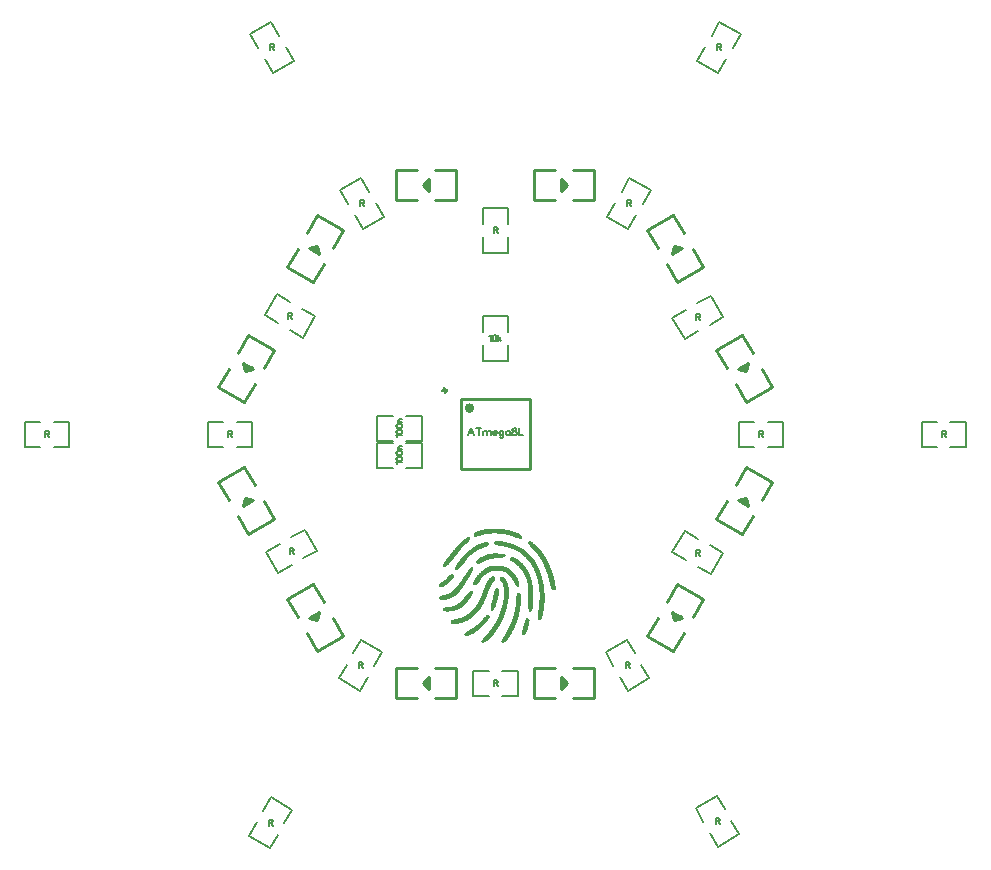
<source format=gto>
G04 ---------------------------- Layer name :TOP SILK LAYER*
G04 EasyEDA v5.8.22, Wed, 05 Dec 2018 12:37:06 GMT*
G04 38c36d2c5fec4219b0fe707d271aa1e6*
G04 Gerber Generator version 0.2*
G04 Scale: 100 percent, Rotated: No, Reflected: No *
G04 Dimensions in inches *
G04 leading zeros omitted , absolute positions ,2 integer and 4 decimal *
%FSLAX24Y24*%
%MOIN*%
G90*
G70D02*

%ADD10C,0.010000*%
%ADD25C,0.007870*%
%ADD26C,0.011811*%
%ADD27C,0.015748*%
%ADD28C,0.008000*%
%ADD29C,0.005000*%

%LPD*%

%LPD*%
G36*
G01X18296Y9579D02*
G01X18280Y9577D01*
G01X18266Y9577D01*
G01X18254Y9581D01*
G01X18245Y9587D01*
G01X18238Y9596D01*
G01X18234Y9609D01*
G01X18232Y9624D01*
G01X18234Y9632D01*
G01X18240Y9644D01*
G01X18249Y9660D01*
G01X18261Y9678D01*
G01X18277Y9699D01*
G01X18294Y9723D01*
G01X18315Y9748D01*
G01X18337Y9775D01*
G01X18361Y9804D01*
G01X18387Y9833D01*
G01X18414Y9863D01*
G01X18443Y9894D01*
G01X18458Y9910D01*
G01X18473Y9927D01*
G01X18488Y9944D01*
G01X18503Y9961D01*
G01X18517Y9979D01*
G01X18532Y9997D01*
G01X18546Y10015D01*
G01X18561Y10034D01*
G01X18575Y10053D01*
G01X18588Y10072D01*
G01X18602Y10092D01*
G01X18615Y10111D01*
G01X18629Y10131D01*
G01X18642Y10152D01*
G01X18655Y10172D01*
G01X18668Y10193D01*
G01X18680Y10214D01*
G01X18693Y10235D01*
G01X18705Y10257D01*
G01X18717Y10278D01*
G01X18728Y10301D01*
G01X18740Y10323D01*
G01X18752Y10345D01*
G01X18773Y10390D01*
G01X18784Y10413D01*
G01X18794Y10436D01*
G01X18805Y10459D01*
G01X18815Y10483D01*
G01X18825Y10506D01*
G01X18834Y10530D01*
G01X18843Y10554D01*
G01X18852Y10578D01*
G01X18861Y10602D01*
G01X18870Y10626D01*
G01X18878Y10650D01*
G01X18886Y10675D01*
G01X18894Y10699D01*
G01X18901Y10724D01*
G01X18908Y10748D01*
G01X18915Y10773D01*
G01X18922Y10798D01*
G01X18928Y10823D01*
G01X18934Y10848D01*
G01X18940Y10873D01*
G01X18946Y10898D01*
G01X18951Y10923D01*
G01X18956Y10948D01*
G01X18961Y10979D01*
G01X18967Y11010D01*
G01X18971Y11041D01*
G01X18975Y11072D01*
G01X18978Y11103D01*
G01X18981Y11133D01*
G01X18983Y11163D01*
G01X18984Y11193D01*
G01X18985Y11222D01*
G01X18986Y11251D01*
G01X18985Y11279D01*
G01X18984Y11307D01*
G01X18983Y11333D01*
G01X18982Y11359D01*
G01X18979Y11385D01*
G01X18976Y11409D01*
G01X18973Y11433D01*
G01X18969Y11456D01*
G01X18964Y11478D01*
G01X18959Y11498D01*
G01X18953Y11518D01*
G01X18948Y11536D01*
G01X18941Y11553D01*
G01X18934Y11569D01*
G01X18926Y11584D01*
G01X18918Y11597D01*
G01X18910Y11608D01*
G01X18901Y11618D01*
G01X18882Y11640D01*
G01X18868Y11667D01*
G01X18858Y11694D01*
G01X18854Y11719D01*
G01X18856Y11736D01*
G01X18862Y11750D01*
G01X18871Y11760D01*
G01X18883Y11767D01*
G01X18897Y11770D01*
G01X18914Y11770D01*
G01X18932Y11767D01*
G01X18951Y11760D01*
G01X18971Y11750D01*
G01X18990Y11736D01*
G01X19010Y11720D01*
G01X19029Y11700D01*
G01X19039Y11689D01*
G01X19048Y11677D01*
G01X19056Y11665D01*
G01X19064Y11653D01*
G01X19072Y11640D01*
G01X19079Y11626D01*
G01X19086Y11612D01*
G01X19093Y11597D01*
G01X19099Y11582D01*
G01X19105Y11567D01*
G01X19110Y11551D01*
G01X19115Y11535D01*
G01X19120Y11518D01*
G01X19125Y11501D01*
G01X19128Y11484D01*
G01X19132Y11465D01*
G01X19136Y11447D01*
G01X19138Y11429D01*
G01X19141Y11410D01*
G01X19143Y11390D01*
G01X19145Y11371D01*
G01X19147Y11351D01*
G01X19148Y11331D01*
G01X19149Y11310D01*
G01X19150Y11289D01*
G01X19150Y11268D01*
G01X19150Y11247D01*
G01X19149Y11225D01*
G01X19149Y11203D01*
G01X19146Y11159D01*
G01X19144Y11136D01*
G01X19143Y11113D01*
G01X19140Y11090D01*
G01X19138Y11067D01*
G01X19135Y11044D01*
G01X19132Y11021D01*
G01X19128Y10997D01*
G01X19125Y10973D01*
G01X19120Y10949D01*
G01X19116Y10925D01*
G01X19111Y10901D01*
G01X19107Y10877D01*
G01X19101Y10853D01*
G01X19096Y10828D01*
G01X19090Y10803D01*
G01X19084Y10779D01*
G01X19078Y10754D01*
G01X19071Y10730D01*
G01X19064Y10705D01*
G01X19057Y10680D01*
G01X19050Y10656D01*
G01X19042Y10631D01*
G01X19034Y10606D01*
G01X19026Y10582D01*
G01X19018Y10557D01*
G01X19009Y10532D01*
G01X19001Y10508D01*
G01X18982Y10459D01*
G01X18973Y10434D01*
G01X18963Y10410D01*
G01X18953Y10386D01*
G01X18943Y10362D01*
G01X18932Y10338D01*
G01X18911Y10291D01*
G01X18900Y10267D01*
G01X18888Y10244D01*
G01X18877Y10221D01*
G01X18865Y10198D01*
G01X18853Y10176D01*
G01X18841Y10153D01*
G01X18816Y10109D01*
G01X18803Y10087D01*
G01X18777Y10044D01*
G01X18764Y10023D01*
G01X18750Y10002D01*
G01X18737Y9982D01*
G01X18723Y9962D01*
G01X18709Y9942D01*
G01X18695Y9922D01*
G01X18680Y9903D01*
G01X18666Y9884D01*
G01X18651Y9866D01*
G01X18636Y9848D01*
G01X18621Y9830D01*
G01X18606Y9813D01*
G01X18591Y9796D01*
G01X18575Y9779D01*
G01X18560Y9763D01*
G01X18544Y9747D01*
G01X18528Y9732D01*
G01X18512Y9717D01*
G01X18483Y9692D01*
G01X18455Y9669D01*
G01X18428Y9648D01*
G01X18403Y9630D01*
G01X18378Y9615D01*
G01X18355Y9602D01*
G01X18334Y9592D01*
G01X18314Y9584D01*
G01X18296Y9579D01*
G37*

%LPC*%

%LPD*%
G36*
G01X18965Y9581D02*
G01X18948Y9581D01*
G01X18934Y9583D01*
G01X18922Y9586D01*
G01X18912Y9592D01*
G01X18905Y9600D01*
G01X18902Y9609D01*
G01X18900Y9621D01*
G01X18901Y9634D01*
G01X18904Y9650D01*
G01X18911Y9667D01*
G01X18919Y9687D01*
G01X18930Y9709D01*
G01X18944Y9732D01*
G01X18961Y9757D01*
G01X18980Y9785D01*
G01X18992Y9803D01*
G01X19005Y9821D01*
G01X19017Y9840D01*
G01X19030Y9860D01*
G01X19042Y9880D01*
G01X19054Y9900D01*
G01X19066Y9921D01*
G01X19078Y9942D01*
G01X19090Y9964D01*
G01X19101Y9986D01*
G01X19113Y10009D01*
G01X19124Y10032D01*
G01X19136Y10055D01*
G01X19147Y10079D01*
G01X19158Y10103D01*
G01X19169Y10126D01*
G01X19180Y10151D01*
G01X19190Y10175D01*
G01X19200Y10200D01*
G01X19211Y10225D01*
G01X19221Y10250D01*
G01X19230Y10275D01*
G01X19240Y10301D01*
G01X19258Y10351D01*
G01X19267Y10377D01*
G01X19276Y10403D01*
G01X19284Y10428D01*
G01X19292Y10454D01*
G01X19300Y10479D01*
G01X19308Y10505D01*
G01X19315Y10530D01*
G01X19322Y10555D01*
G01X19329Y10580D01*
G01X19336Y10606D01*
G01X19342Y10630D01*
G01X19348Y10655D01*
G01X19353Y10680D01*
G01X19358Y10704D01*
G01X19363Y10728D01*
G01X19367Y10751D01*
G01X19372Y10775D01*
G01X19375Y10798D01*
G01X19379Y10821D01*
G01X19382Y10843D01*
G01X19385Y10865D01*
G01X19387Y10887D01*
G01X19389Y10908D01*
G01X19390Y10929D01*
G01X19392Y10949D01*
G01X19392Y10969D01*
G01X19392Y10988D01*
G01X19393Y11027D01*
G01X19395Y11064D01*
G01X19398Y11099D01*
G01X19401Y11131D01*
G01X19405Y11158D01*
G01X19410Y11180D01*
G01X19415Y11197D01*
G01X19421Y11206D01*
G01X19436Y11217D01*
G01X19458Y11226D01*
G01X19484Y11232D01*
G01X19509Y11234D01*
G01X19516Y11233D01*
G01X19521Y11230D01*
G01X19527Y11225D01*
G01X19532Y11217D01*
G01X19536Y11209D01*
G01X19540Y11198D01*
G01X19543Y11186D01*
G01X19546Y11173D01*
G01X19549Y11157D01*
G01X19551Y11140D01*
G01X19553Y11123D01*
G01X19554Y11103D01*
G01X19554Y11083D01*
G01X19555Y11061D01*
G01X19555Y11038D01*
G01X19554Y11015D01*
G01X19553Y10990D01*
G01X19552Y10964D01*
G01X19550Y10938D01*
G01X19548Y10911D01*
G01X19546Y10884D01*
G01X19543Y10855D01*
G01X19540Y10827D01*
G01X19536Y10798D01*
G01X19533Y10769D01*
G01X19528Y10739D01*
G01X19524Y10709D01*
G01X19519Y10680D01*
G01X19514Y10650D01*
G01X19508Y10620D01*
G01X19502Y10591D01*
G01X19496Y10561D01*
G01X19490Y10532D01*
G01X19483Y10503D01*
G01X19476Y10475D01*
G01X19469Y10447D01*
G01X19461Y10420D01*
G01X19453Y10394D01*
G01X19445Y10368D01*
G01X19436Y10343D01*
G01X19425Y10311D01*
G01X19413Y10279D01*
G01X19402Y10247D01*
G01X19389Y10216D01*
G01X19377Y10185D01*
G01X19364Y10154D01*
G01X19351Y10124D01*
G01X19338Y10094D01*
G01X19324Y10064D01*
G01X19311Y10035D01*
G01X19297Y10006D01*
G01X19283Y9978D01*
G01X19269Y9951D01*
G01X19255Y9924D01*
G01X19242Y9898D01*
G01X19228Y9873D01*
G01X19214Y9848D01*
G01X19200Y9825D01*
G01X19186Y9802D01*
G01X19172Y9780D01*
G01X19159Y9759D01*
G01X19145Y9739D01*
G01X19132Y9720D01*
G01X19119Y9702D01*
G01X19106Y9685D01*
G01X19093Y9669D01*
G01X19081Y9655D01*
G01X19069Y9641D01*
G01X19057Y9629D01*
G01X19045Y9618D01*
G01X19034Y9609D01*
G01X19023Y9601D01*
G01X19013Y9594D01*
G01X19003Y9589D01*
G01X18994Y9586D01*
G01X18985Y9584D01*
G01X18965Y9581D01*
G37*

%LPC*%

%LPD*%
G36*
G01X17750Y9801D02*
G01X17733Y9800D01*
G01X17718Y9801D01*
G01X17705Y9803D01*
G01X17693Y9806D01*
G01X17684Y9811D01*
G01X17677Y9818D01*
G01X17671Y9826D01*
G01X17669Y9836D01*
G01X17668Y9848D01*
G01X17670Y9861D01*
G01X17675Y9875D01*
G01X17679Y9884D01*
G01X17687Y9893D01*
G01X17698Y9904D01*
G01X17711Y9916D01*
G01X17727Y9929D01*
G01X17745Y9943D01*
G01X17765Y9957D01*
G01X17787Y9972D01*
G01X17810Y9986D01*
G01X17834Y10001D01*
G01X17859Y10016D01*
G01X17885Y10030D01*
G01X17901Y10039D01*
G01X17918Y10049D01*
G01X17936Y10060D01*
G01X17954Y10072D01*
G01X17973Y10085D01*
G01X17991Y10099D01*
G01X18011Y10113D01*
G01X18030Y10128D01*
G01X18050Y10144D01*
G01X18069Y10160D01*
G01X18089Y10176D01*
G01X18108Y10194D01*
G01X18127Y10211D01*
G01X18146Y10228D01*
G01X18164Y10245D01*
G01X18181Y10263D01*
G01X18198Y10280D01*
G01X18215Y10297D01*
G01X18230Y10314D01*
G01X18244Y10331D01*
G01X18274Y10365D01*
G01X18301Y10396D01*
G01X18327Y10423D01*
G01X18350Y10446D01*
G01X18372Y10466D01*
G01X18392Y10482D01*
G01X18410Y10494D01*
G01X18427Y10504D01*
G01X18442Y10509D01*
G01X18456Y10511D01*
G01X18468Y10511D01*
G01X18479Y10506D01*
G01X18489Y10498D01*
G01X18498Y10487D01*
G01X18506Y10473D01*
G01X18513Y10455D01*
G01X18514Y10449D01*
G01X18513Y10441D01*
G01X18511Y10432D01*
G01X18507Y10422D01*
G01X18501Y10410D01*
G01X18494Y10397D01*
G01X18485Y10384D01*
G01X18475Y10369D01*
G01X18465Y10353D01*
G01X18452Y10337D01*
G01X18439Y10320D01*
G01X18425Y10303D01*
G01X18409Y10284D01*
G01X18393Y10265D01*
G01X18376Y10246D01*
G01X18358Y10227D01*
G01X18339Y10207D01*
G01X18320Y10187D01*
G01X18300Y10167D01*
G01X18280Y10147D01*
G01X18260Y10127D01*
G01X18239Y10107D01*
G01X18218Y10087D01*
G01X18196Y10067D01*
G01X18175Y10048D01*
G01X18154Y10029D01*
G01X18132Y10011D01*
G01X18111Y9993D01*
G01X18090Y9976D01*
G01X18069Y9959D01*
G01X18049Y9944D01*
G01X18029Y9929D01*
G01X18009Y9915D01*
G01X17990Y9902D01*
G01X17971Y9890D01*
G01X17954Y9879D01*
G01X17928Y9864D01*
G01X17902Y9851D01*
G01X17877Y9839D01*
G01X17853Y9829D01*
G01X17830Y9820D01*
G01X17808Y9813D01*
G01X17787Y9807D01*
G01X17767Y9803D01*
G01X17750Y9801D01*
G37*

%LPC*%

%LPD*%
G36*
G01X19667Y9827D02*
G01X19658Y9825D01*
G01X19642Y9826D01*
G01X19628Y9828D01*
G01X19615Y9832D01*
G01X19605Y9838D01*
G01X19596Y9846D01*
G01X19590Y9857D01*
G01X19585Y9869D01*
G01X19582Y9884D01*
G01X19581Y9901D01*
G01X19582Y9921D01*
G01X19585Y9943D01*
G01X19589Y9969D01*
G01X19596Y9997D01*
G01X19604Y10028D01*
G01X19613Y10062D01*
G01X19625Y10099D01*
G01X19634Y10127D01*
G01X19643Y10155D01*
G01X19652Y10182D01*
G01X19660Y10208D01*
G01X19668Y10233D01*
G01X19676Y10257D01*
G01X19683Y10279D01*
G01X19689Y10299D01*
G01X19695Y10317D01*
G01X19700Y10332D01*
G01X19703Y10344D01*
G01X19706Y10353D01*
G01X19715Y10374D01*
G01X19728Y10390D01*
G01X19744Y10399D01*
G01X19761Y10403D01*
G01X19780Y10401D01*
G01X19798Y10393D01*
G01X19815Y10379D01*
G01X19831Y10359D01*
G01X19835Y10349D01*
G01X19837Y10334D01*
G01X19838Y10317D01*
G01X19837Y10296D01*
G01X19834Y10273D01*
G01X19830Y10247D01*
G01X19825Y10220D01*
G01X19818Y10191D01*
G01X19811Y10161D01*
G01X19803Y10130D01*
G01X19793Y10098D01*
G01X19784Y10067D01*
G01X19773Y10036D01*
G01X19762Y10005D01*
G01X19751Y9976D01*
G01X19740Y9948D01*
G01X19729Y9923D01*
G01X19717Y9899D01*
G01X19707Y9878D01*
G01X19696Y9859D01*
G01X19685Y9845D01*
G01X19675Y9834D01*
G01X19667Y9827D01*
G37*

%LPC*%

%LPD*%
G36*
G01X17355Y10197D02*
G01X17335Y10197D01*
G01X17316Y10197D01*
G01X17298Y10198D01*
G01X17281Y10200D01*
G01X17265Y10203D01*
G01X17252Y10207D01*
G01X17239Y10211D01*
G01X17229Y10217D01*
G01X17220Y10224D01*
G01X17213Y10231D01*
G01X17207Y10240D01*
G01X17204Y10249D01*
G01X17203Y10259D01*
G01X17204Y10270D01*
G01X17210Y10288D01*
G01X17221Y10304D01*
G01X17236Y10318D01*
G01X17255Y10331D01*
G01X17280Y10342D01*
G01X17309Y10351D01*
G01X17344Y10359D01*
G01X17384Y10366D01*
G01X17404Y10369D01*
G01X17425Y10373D01*
G01X17445Y10377D01*
G01X17465Y10382D01*
G01X17486Y10387D01*
G01X17506Y10393D01*
G01X17526Y10400D01*
G01X17546Y10407D01*
G01X17566Y10414D01*
G01X17586Y10422D01*
G01X17606Y10431D01*
G01X17625Y10440D01*
G01X17645Y10450D01*
G01X17664Y10459D01*
G01X17684Y10470D01*
G01X17703Y10481D01*
G01X17721Y10492D01*
G01X17740Y10504D01*
G01X17759Y10517D01*
G01X17777Y10529D01*
G01X17795Y10542D01*
G01X17813Y10556D01*
G01X17831Y10570D01*
G01X17849Y10585D01*
G01X17866Y10600D01*
G01X17884Y10615D01*
G01X17900Y10631D01*
G01X17917Y10647D01*
G01X17934Y10663D01*
G01X17950Y10680D01*
G01X17966Y10697D01*
G01X17981Y10715D01*
G01X17997Y10733D01*
G01X18012Y10751D01*
G01X18027Y10770D01*
G01X18041Y10789D01*
G01X18055Y10808D01*
G01X18069Y10828D01*
G01X18083Y10848D01*
G01X18096Y10868D01*
G01X18109Y10889D01*
G01X18122Y10910D01*
G01X18134Y10931D01*
G01X18146Y10952D01*
G01X18158Y10974D01*
G01X18169Y10996D01*
G01X18180Y11018D01*
G01X18190Y11041D01*
G01X18200Y11064D01*
G01X18210Y11087D01*
G01X18219Y11110D01*
G01X18228Y11134D01*
G01X18244Y11177D01*
G01X18259Y11218D01*
G01X18274Y11257D01*
G01X18288Y11295D01*
G01X18302Y11330D01*
G01X18315Y11364D01*
G01X18328Y11396D01*
G01X18340Y11427D01*
G01X18352Y11455D01*
G01X18364Y11482D01*
G01X18375Y11508D01*
G01X18386Y11532D01*
G01X18397Y11555D01*
G01X18407Y11576D01*
G01X18417Y11596D01*
G01X18427Y11614D01*
G01X18437Y11632D01*
G01X18446Y11648D01*
G01X18456Y11663D01*
G01X18465Y11676D01*
G01X18474Y11689D01*
G01X18483Y11701D01*
G01X18492Y11712D01*
G01X18502Y11722D01*
G01X18511Y11731D01*
G01X18519Y11739D01*
G01X18529Y11747D01*
G01X18538Y11753D01*
G01X18559Y11767D01*
G01X18579Y11778D01*
G01X18597Y11785D01*
G01X18614Y11788D01*
G01X18630Y11788D01*
G01X18645Y11784D01*
G01X18660Y11777D01*
G01X18675Y11767D01*
G01X18689Y11753D01*
G01X18698Y11739D01*
G01X18701Y11724D01*
G01X18699Y11707D01*
G01X18691Y11687D01*
G01X18677Y11664D01*
G01X18657Y11636D01*
G01X18630Y11603D01*
G01X18619Y11590D01*
G01X18608Y11575D01*
G01X18597Y11558D01*
G01X18586Y11540D01*
G01X18574Y11520D01*
G01X18562Y11500D01*
G01X18550Y11478D01*
G01X18538Y11455D01*
G01X18527Y11432D01*
G01X18516Y11409D01*
G01X18505Y11384D01*
G01X18494Y11360D01*
G01X18484Y11336D01*
G01X18475Y11313D01*
G01X18466Y11289D01*
G01X18459Y11266D01*
G01X18449Y11238D01*
G01X18440Y11210D01*
G01X18430Y11182D01*
G01X18420Y11155D01*
G01X18409Y11128D01*
G01X18399Y11101D01*
G01X18389Y11076D01*
G01X18378Y11050D01*
G01X18367Y11025D01*
G01X18356Y11000D01*
G01X18345Y10975D01*
G01X18333Y10951D01*
G01X18321Y10928D01*
G01X18310Y10904D01*
G01X18298Y10881D01*
G01X18286Y10859D01*
G01X18273Y10836D01*
G01X18261Y10815D01*
G01X18248Y10793D01*
G01X18235Y10772D01*
G01X18221Y10751D01*
G01X18208Y10731D01*
G01X18195Y10711D01*
G01X18181Y10692D01*
G01X18167Y10673D01*
G01X18153Y10654D01*
G01X18138Y10636D01*
G01X18124Y10618D01*
G01X18109Y10600D01*
G01X18094Y10583D01*
G01X18079Y10566D01*
G01X18064Y10549D01*
G01X18048Y10533D01*
G01X18033Y10517D01*
G01X18017Y10502D01*
G01X18000Y10487D01*
G01X17984Y10472D01*
G01X17968Y10458D01*
G01X17951Y10444D01*
G01X17934Y10430D01*
G01X17917Y10417D01*
G01X17900Y10404D01*
G01X17882Y10392D01*
G01X17864Y10380D01*
G01X17846Y10368D01*
G01X17828Y10356D01*
G01X17810Y10345D01*
G01X17791Y10334D01*
G01X17772Y10324D01*
G01X17753Y10314D01*
G01X17734Y10305D01*
G01X17715Y10295D01*
G01X17687Y10283D01*
G01X17659Y10271D01*
G01X17632Y10260D01*
G01X17605Y10250D01*
G01X17577Y10241D01*
G01X17550Y10233D01*
G01X17524Y10226D01*
G01X17498Y10219D01*
G01X17472Y10213D01*
G01X17447Y10208D01*
G01X17423Y10204D01*
G01X17400Y10201D01*
G01X17377Y10199D01*
G01X17355Y10197D01*
G37*

%LPC*%

%LPD*%
G36*
G01X20184Y10326D02*
G01X20175Y10326D01*
G01X20166Y10328D01*
G01X20157Y10333D01*
G01X20147Y10340D01*
G01X20137Y10349D01*
G01X20132Y10356D01*
G01X20127Y10365D01*
G01X20123Y10376D01*
G01X20120Y10389D01*
G01X20118Y10405D01*
G01X20117Y10424D01*
G01X20116Y10444D01*
G01X20116Y10467D01*
G01X20117Y10493D01*
G01X20119Y10522D01*
G01X20121Y10553D01*
G01X20124Y10587D01*
G01X20128Y10624D01*
G01X20133Y10663D01*
G01X20139Y10706D01*
G01X20145Y10751D01*
G01X20149Y10779D01*
G01X20156Y10833D01*
G01X20159Y10860D01*
G01X20161Y10887D01*
G01X20164Y10914D01*
G01X20166Y10940D01*
G01X20168Y10967D01*
G01X20170Y10994D01*
G01X20171Y11020D01*
G01X20172Y11046D01*
G01X20173Y11072D01*
G01X20174Y11098D01*
G01X20174Y11124D01*
G01X20174Y11150D01*
G01X20174Y11175D01*
G01X20173Y11201D01*
G01X20172Y11251D01*
G01X20169Y11301D01*
G01X20167Y11326D01*
G01X20165Y11350D01*
G01X20163Y11375D01*
G01X20161Y11399D01*
G01X20158Y11423D01*
G01X20155Y11447D01*
G01X20152Y11471D01*
G01X20148Y11495D01*
G01X20144Y11518D01*
G01X20140Y11542D01*
G01X20136Y11565D01*
G01X20132Y11588D01*
G01X20127Y11611D01*
G01X20122Y11634D01*
G01X20117Y11656D01*
G01X20111Y11679D01*
G01X20106Y11701D01*
G01X20100Y11723D01*
G01X20094Y11745D01*
G01X20087Y11767D01*
G01X20080Y11788D01*
G01X20074Y11810D01*
G01X20067Y11831D01*
G01X20059Y11852D01*
G01X20052Y11873D01*
G01X20044Y11893D01*
G01X20036Y11914D01*
G01X20028Y11934D01*
G01X20019Y11954D01*
G01X20011Y11974D01*
G01X20002Y11994D01*
G01X19992Y12013D01*
G01X19983Y12033D01*
G01X19973Y12052D01*
G01X19964Y12071D01*
G01X19954Y12090D01*
G01X19933Y12126D01*
G01X19922Y12144D01*
G01X19911Y12162D01*
G01X19900Y12180D01*
G01X19889Y12198D01*
G01X19877Y12215D01*
G01X19865Y12232D01*
G01X19854Y12249D01*
G01X19842Y12265D01*
G01X19829Y12282D01*
G01X19817Y12298D01*
G01X19804Y12314D01*
G01X19791Y12330D01*
G01X19778Y12345D01*
G01X19764Y12361D01*
G01X19750Y12376D01*
G01X19736Y12390D01*
G01X19723Y12405D01*
G01X19708Y12419D01*
G01X19694Y12434D01*
G01X19679Y12448D01*
G01X19665Y12461D01*
G01X19650Y12475D01*
G01X19634Y12488D01*
G01X19619Y12501D01*
G01X19603Y12513D01*
G01X19588Y12526D01*
G01X19571Y12538D01*
G01X19555Y12550D01*
G01X19539Y12561D01*
G01X19523Y12573D01*
G01X19506Y12584D01*
G01X19489Y12595D01*
G01X19472Y12606D01*
G01X19455Y12616D01*
G01X19437Y12626D01*
G01X19419Y12636D01*
G01X19402Y12646D01*
G01X19384Y12655D01*
G01X19365Y12664D01*
G01X19347Y12673D01*
G01X19310Y12690D01*
G01X19272Y12705D01*
G01X19253Y12713D01*
G01X19233Y12720D01*
G01X19214Y12727D01*
G01X19194Y12734D01*
G01X19174Y12740D01*
G01X19154Y12746D01*
G01X19134Y12751D01*
G01X19113Y12757D01*
G01X19093Y12762D01*
G01X19072Y12767D01*
G01X19051Y12772D01*
G01X19030Y12776D01*
G01X19009Y12780D01*
G01X18987Y12783D01*
G01X18966Y12787D01*
G01X18944Y12790D01*
G01X18922Y12792D01*
G01X18879Y12798D01*
G01X18840Y12803D01*
G01X18805Y12809D01*
G01X18774Y12815D01*
G01X18747Y12822D01*
G01X18723Y12829D01*
G01X18703Y12837D01*
G01X18687Y12845D01*
G01X18674Y12854D01*
G01X18665Y12863D01*
G01X18658Y12874D01*
G01X18655Y12884D01*
G01X18655Y12896D01*
G01X18657Y12909D01*
G01X18663Y12923D01*
G01X18671Y12938D01*
G01X18676Y12944D01*
G01X18684Y12950D01*
G01X18694Y12955D01*
G01X18705Y12960D01*
G01X18718Y12963D01*
G01X18733Y12966D01*
G01X18750Y12967D01*
G01X18768Y12969D01*
G01X18788Y12969D01*
G01X18809Y12969D01*
G01X18831Y12968D01*
G01X18854Y12966D01*
G01X18878Y12963D01*
G01X18904Y12961D01*
G01X18930Y12957D01*
G01X18957Y12953D01*
G01X18985Y12948D01*
G01X19013Y12942D01*
G01X19042Y12936D01*
G01X19071Y12929D01*
G01X19101Y12922D01*
G01X19131Y12914D01*
G01X19161Y12906D01*
G01X19190Y12897D01*
G01X19220Y12888D01*
G01X19250Y12878D01*
G01X19280Y12868D01*
G01X19309Y12858D01*
G01X19337Y12847D01*
G01X19365Y12835D01*
G01X19393Y12824D01*
G01X19420Y12811D01*
G01X19442Y12801D01*
G01X19463Y12790D01*
G01X19484Y12780D01*
G01X19505Y12769D01*
G01X19526Y12757D01*
G01X19546Y12746D01*
G01X19567Y12734D01*
G01X19586Y12722D01*
G01X19606Y12710D01*
G01X19625Y12697D01*
G01X19644Y12685D01*
G01X19663Y12672D01*
G01X19681Y12659D01*
G01X19700Y12645D01*
G01X19717Y12632D01*
G01X19735Y12618D01*
G01X19752Y12603D01*
G01X19769Y12589D01*
G01X19786Y12575D01*
G01X19803Y12559D01*
G01X19819Y12544D01*
G01X19835Y12529D01*
G01X19850Y12513D01*
G01X19866Y12497D01*
G01X19881Y12481D01*
G01X19896Y12465D01*
G01X19911Y12448D01*
G01X19925Y12431D01*
G01X19939Y12413D01*
G01X19953Y12396D01*
G01X19967Y12378D01*
G01X19980Y12360D01*
G01X19993Y12342D01*
G01X20006Y12323D01*
G01X20019Y12304D01*
G01X20031Y12284D01*
G01X20044Y12265D01*
G01X20055Y12245D01*
G01X20067Y12225D01*
G01X20078Y12205D01*
G01X20090Y12184D01*
G01X20101Y12163D01*
G01X20111Y12141D01*
G01X20122Y12120D01*
G01X20132Y12098D01*
G01X20142Y12076D01*
G01X20152Y12053D01*
G01X20162Y12030D01*
G01X20171Y12007D01*
G01X20180Y11983D01*
G01X20189Y11959D01*
G01X20198Y11936D01*
G01X20206Y11911D01*
G01X20214Y11886D01*
G01X20222Y11861D01*
G01X20230Y11836D01*
G01X20238Y11810D01*
G01X20245Y11784D01*
G01X20252Y11757D01*
G01X20259Y11731D01*
G01X20266Y11704D01*
G01X20272Y11676D01*
G01X20278Y11649D01*
G01X20285Y11621D01*
G01X20290Y11595D01*
G01X20295Y11570D01*
G01X20300Y11544D01*
G01X20304Y11519D01*
G01X20309Y11494D01*
G01X20313Y11469D01*
G01X20316Y11444D01*
G01X20320Y11419D01*
G01X20323Y11394D01*
G01X20326Y11369D01*
G01X20329Y11344D01*
G01X20332Y11320D01*
G01X20334Y11295D01*
G01X20336Y11270D01*
G01X20338Y11246D01*
G01X20339Y11221D01*
G01X20340Y11197D01*
G01X20341Y11172D01*
G01X20342Y11147D01*
G01X20343Y11123D01*
G01X20343Y11098D01*
G01X20343Y11074D01*
G01X20343Y11049D01*
G01X20342Y11025D01*
G01X20342Y11000D01*
G01X20341Y10976D01*
G01X20340Y10951D01*
G01X20338Y10926D01*
G01X20336Y10902D01*
G01X20334Y10878D01*
G01X20332Y10853D01*
G01X20330Y10828D01*
G01X20327Y10803D01*
G01X20324Y10779D01*
G01X20321Y10754D01*
G01X20317Y10730D01*
G01X20314Y10705D01*
G01X20310Y10680D01*
G01X20306Y10655D01*
G01X20301Y10630D01*
G01X20294Y10591D01*
G01X20287Y10555D01*
G01X20279Y10521D01*
G01X20272Y10491D01*
G01X20265Y10463D01*
G01X20257Y10438D01*
G01X20250Y10415D01*
G01X20242Y10395D01*
G01X20234Y10378D01*
G01X20226Y10363D01*
G01X20218Y10350D01*
G01X20210Y10340D01*
G01X20202Y10333D01*
G01X20193Y10328D01*
G01X20184Y10326D01*
G37*

%LPC*%

%LPD*%
G36*
G01X19860Y10592D02*
G01X19850Y10591D01*
G01X19845Y10592D01*
G01X19840Y10594D01*
G01X19835Y10597D01*
G01X19830Y10601D01*
G01X19826Y10607D01*
G01X19822Y10615D01*
G01X19818Y10624D01*
G01X19815Y10634D01*
G01X19812Y10647D01*
G01X19809Y10661D01*
G01X19806Y10678D01*
G01X19804Y10696D01*
G01X19802Y10717D01*
G01X19800Y10740D01*
G01X19798Y10765D01*
G01X19796Y10792D01*
G01X19795Y10823D01*
G01X19794Y10855D01*
G01X19793Y10890D01*
G01X19792Y10928D01*
G01X19791Y10969D01*
G01X19791Y11013D01*
G01X19790Y11059D01*
G01X19790Y11109D01*
G01X19790Y11153D01*
G01X19789Y11194D01*
G01X19789Y11234D01*
G01X19788Y11270D01*
G01X19788Y11305D01*
G01X19787Y11338D01*
G01X19786Y11369D01*
G01X19785Y11398D01*
G01X19784Y11426D01*
G01X19783Y11452D01*
G01X19781Y11476D01*
G01X19780Y11499D01*
G01X19778Y11521D01*
G01X19775Y11542D01*
G01X19773Y11562D01*
G01X19770Y11581D01*
G01X19767Y11599D01*
G01X19764Y11616D01*
G01X19760Y11632D01*
G01X19756Y11649D01*
G01X19752Y11664D01*
G01X19747Y11680D01*
G01X19742Y11695D01*
G01X19736Y11710D01*
G01X19730Y11725D01*
G01X19723Y11740D01*
G01X19717Y11756D01*
G01X19709Y11772D01*
G01X19702Y11788D01*
G01X19693Y11804D01*
G01X19684Y11822D01*
G01X19675Y11840D01*
G01X19661Y11864D01*
G01X19648Y11888D01*
G01X19634Y11911D01*
G01X19620Y11934D01*
G01X19605Y11956D01*
G01X19590Y11978D01*
G01X19575Y12000D01*
G01X19559Y12021D01*
G01X19542Y12041D01*
G01X19525Y12061D01*
G01X19508Y12080D01*
G01X19491Y12100D01*
G01X19473Y12118D01*
G01X19454Y12136D01*
G01X19436Y12154D01*
G01X19416Y12171D01*
G01X19396Y12188D01*
G01X19376Y12204D01*
G01X19356Y12220D01*
G01X19335Y12236D01*
G01X19313Y12251D01*
G01X19291Y12265D01*
G01X19269Y12279D01*
G01X19246Y12293D01*
G01X19219Y12314D01*
G01X19201Y12338D01*
G01X19195Y12363D01*
G01X19202Y12386D01*
G01X19211Y12399D01*
G01X19220Y12410D01*
G01X19231Y12419D01*
G01X19242Y12425D01*
G01X19255Y12430D01*
G01X19268Y12432D01*
G01X19282Y12432D01*
G01X19298Y12430D01*
G01X19315Y12425D01*
G01X19334Y12419D01*
G01X19353Y12410D01*
G01X19375Y12399D01*
G01X19398Y12385D01*
G01X19423Y12369D01*
G01X19449Y12351D01*
G01X19477Y12331D01*
G01X19495Y12318D01*
G01X19512Y12304D01*
G01X19528Y12291D01*
G01X19545Y12276D01*
G01X19561Y12262D01*
G01X19577Y12248D01*
G01X19592Y12232D01*
G01X19607Y12217D01*
G01X19622Y12201D01*
G01X19637Y12185D01*
G01X19651Y12169D01*
G01X19665Y12152D01*
G01X19679Y12135D01*
G01X19692Y12118D01*
G01X19705Y12100D01*
G01X19718Y12082D01*
G01X19731Y12064D01*
G01X19743Y12045D01*
G01X19755Y12026D01*
G01X19767Y12007D01*
G01X19778Y11988D01*
G01X19789Y11968D01*
G01X19799Y11948D01*
G01X19810Y11928D01*
G01X19820Y11907D01*
G01X19829Y11886D01*
G01X19839Y11865D01*
G01X19848Y11843D01*
G01X19857Y11821D01*
G01X19865Y11799D01*
G01X19873Y11777D01*
G01X19881Y11754D01*
G01X19888Y11731D01*
G01X19895Y11708D01*
G01X19902Y11684D01*
G01X19909Y11661D01*
G01X19915Y11637D01*
G01X19921Y11613D01*
G01X19926Y11588D01*
G01X19931Y11563D01*
G01X19936Y11538D01*
G01X19941Y11513D01*
G01X19945Y11487D01*
G01X19949Y11461D01*
G01X19952Y11435D01*
G01X19955Y11409D01*
G01X19959Y11382D01*
G01X19961Y11356D01*
G01X19963Y11329D01*
G01X19965Y11301D01*
G01X19967Y11274D01*
G01X19968Y11246D01*
G01X19969Y11218D01*
G01X19969Y11190D01*
G01X19969Y11161D01*
G01X19969Y11133D01*
G01X19968Y11086D01*
G01X19967Y11041D01*
G01X19966Y10998D01*
G01X19964Y10958D01*
G01X19962Y10921D01*
G01X19960Y10885D01*
G01X19957Y10851D01*
G01X19954Y10820D01*
G01X19950Y10791D01*
G01X19947Y10764D01*
G01X19942Y10740D01*
G01X19938Y10717D01*
G01X19933Y10696D01*
G01X19928Y10677D01*
G01X19922Y10661D01*
G01X19915Y10646D01*
G01X19909Y10633D01*
G01X19902Y10622D01*
G01X19894Y10612D01*
G01X19886Y10605D01*
G01X19878Y10599D01*
G01X19869Y10594D01*
G01X19860Y10592D01*
G37*

%LPC*%

%LPD*%
G36*
G01X17107Y10612D02*
G01X17083Y10612D01*
G01X17060Y10613D01*
G01X17038Y10615D01*
G01X17019Y10618D01*
G01X17001Y10622D01*
G01X16986Y10627D01*
G01X16973Y10634D01*
G01X16962Y10641D01*
G01X16954Y10650D01*
G01X16950Y10659D01*
G01X16948Y10670D01*
G01X16950Y10686D01*
G01X16955Y10701D01*
G01X16964Y10715D01*
G01X16977Y10728D01*
G01X16992Y10740D01*
G01X17011Y10749D01*
G01X17034Y10758D01*
G01X17059Y10765D01*
G01X17087Y10771D01*
G01X17119Y10775D01*
G01X17153Y10777D01*
G01X17190Y10778D01*
G01X17207Y10778D01*
G01X17225Y10780D01*
G01X17242Y10783D01*
G01X17261Y10786D01*
G01X17279Y10791D01*
G01X17298Y10797D01*
G01X17317Y10803D01*
G01X17335Y10811D01*
G01X17354Y10819D01*
G01X17373Y10828D01*
G01X17392Y10838D01*
G01X17412Y10849D01*
G01X17431Y10861D01*
G01X17450Y10874D01*
G01X17469Y10888D01*
G01X17488Y10902D01*
G01X17507Y10917D01*
G01X17526Y10933D01*
G01X17545Y10950D01*
G01X17563Y10967D01*
G01X17582Y10985D01*
G01X17600Y11004D01*
G01X17618Y11023D01*
G01X17635Y11043D01*
G01X17653Y11064D01*
G01X17669Y11085D01*
G01X17686Y11107D01*
G01X17703Y11130D01*
G01X17721Y11155D01*
G01X17739Y11179D01*
G01X17758Y11202D01*
G01X17776Y11224D01*
G01X17794Y11244D01*
G01X17811Y11262D01*
G01X17828Y11278D01*
G01X17843Y11291D01*
G01X17857Y11302D01*
G01X17869Y11310D01*
G01X17880Y11315D01*
G01X17888Y11317D01*
G01X17900Y11316D01*
G01X17911Y11314D01*
G01X17919Y11310D01*
G01X17927Y11305D01*
G01X17933Y11299D01*
G01X17937Y11292D01*
G01X17940Y11283D01*
G01X17942Y11274D01*
G01X17943Y11263D01*
G01X17942Y11251D01*
G01X17941Y11239D01*
G01X17938Y11226D01*
G01X17934Y11211D01*
G01X17929Y11197D01*
G01X17923Y11181D01*
G01X17916Y11165D01*
G01X17908Y11148D01*
G01X17899Y11131D01*
G01X17889Y11113D01*
G01X17878Y11095D01*
G01X17867Y11077D01*
G01X17855Y11058D01*
G01X17842Y11039D01*
G01X17829Y11020D01*
G01X17815Y11001D01*
G01X17800Y10982D01*
G01X17784Y10963D01*
G01X17769Y10944D01*
G01X17752Y10925D01*
G01X17736Y10907D01*
G01X17718Y10888D01*
G01X17701Y10870D01*
G01X17683Y10853D01*
G01X17665Y10835D01*
G01X17646Y10819D01*
G01X17628Y10803D01*
G01X17609Y10787D01*
G01X17590Y10772D01*
G01X17571Y10758D01*
G01X17553Y10744D01*
G01X17534Y10732D01*
G01X17515Y10721D01*
G01X17496Y10710D01*
G01X17477Y10700D01*
G01X17450Y10688D01*
G01X17422Y10676D01*
G01X17394Y10666D01*
G01X17365Y10656D01*
G01X17335Y10648D01*
G01X17305Y10640D01*
G01X17275Y10633D01*
G01X17246Y10627D01*
G01X17217Y10622D01*
G01X17188Y10618D01*
G01X17160Y10615D01*
G01X17133Y10613D01*
G01X17107Y10612D01*
G37*

%LPC*%

%LPD*%
G36*
G01X18585Y10623D02*
G01X18578Y10621D01*
G01X18572Y10621D01*
G01X18566Y10623D01*
G01X18561Y10626D01*
G01X18556Y10631D01*
G01X18552Y10637D01*
G01X18548Y10645D01*
G01X18545Y10654D01*
G01X18542Y10665D01*
G01X18540Y10677D01*
G01X18539Y10690D01*
G01X18538Y10706D01*
G01X18538Y10722D01*
G01X18540Y10740D01*
G01X18541Y10760D01*
G01X18544Y10781D01*
G01X18547Y10803D01*
G01X18552Y10827D01*
G01X18557Y10853D01*
G01X18563Y10880D01*
G01X18570Y10908D01*
G01X18578Y10938D01*
G01X18584Y10962D01*
G01X18591Y10987D01*
G01X18598Y11012D01*
G01X18605Y11038D01*
G01X18612Y11063D01*
G01X18618Y11088D01*
G01X18625Y11113D01*
G01X18631Y11137D01*
G01X18637Y11161D01*
G01X18643Y11183D01*
G01X18648Y11204D01*
G01X18653Y11225D01*
G01X18657Y11243D01*
G01X18661Y11260D01*
G01X18665Y11275D01*
G01X18667Y11288D01*
G01X18674Y11317D01*
G01X18682Y11340D01*
G01X18692Y11359D01*
G01X18703Y11374D01*
G01X18715Y11384D01*
G01X18729Y11390D01*
G01X18745Y11393D01*
G01X18763Y11391D01*
G01X18773Y11388D01*
G01X18782Y11384D01*
G01X18790Y11379D01*
G01X18797Y11373D01*
G01X18804Y11365D01*
G01X18809Y11355D01*
G01X18813Y11344D01*
G01X18817Y11332D01*
G01X18819Y11318D01*
G01X18821Y11303D01*
G01X18822Y11286D01*
G01X18821Y11268D01*
G01X18820Y11248D01*
G01X18818Y11226D01*
G01X18815Y11203D01*
G01X18811Y11178D01*
G01X18806Y11151D01*
G01X18800Y11123D01*
G01X18793Y11092D01*
G01X18785Y11060D01*
G01X18776Y11026D01*
G01X18766Y10990D01*
G01X18755Y10953D01*
G01X18743Y10913D01*
G01X18734Y10884D01*
G01X18725Y10855D01*
G01X18715Y10829D01*
G01X18706Y10804D01*
G01X18696Y10781D01*
G01X18687Y10760D01*
G01X18677Y10740D01*
G01X18668Y10721D01*
G01X18659Y10704D01*
G01X18650Y10689D01*
G01X18641Y10675D01*
G01X18632Y10663D01*
G01X18623Y10653D01*
G01X18615Y10644D01*
G01X18607Y10636D01*
G01X18599Y10630D01*
G01X18592Y10626D01*
G01X18585Y10623D01*
G37*

%LPC*%

%LPD*%
G36*
G01X16973Y11001D02*
G01X16953Y11000D01*
G01X16936Y11001D01*
G01X16919Y11003D01*
G01X16904Y11005D01*
G01X16890Y11010D01*
G01X16869Y11019D01*
G01X16853Y11029D01*
G01X16840Y11039D01*
G01X16831Y11050D01*
G01X16825Y11061D01*
G01X16824Y11073D01*
G01X16825Y11084D01*
G01X16831Y11096D01*
G01X16839Y11107D01*
G01X16851Y11117D01*
G01X16866Y11128D01*
G01X16884Y11137D01*
G01X16905Y11146D01*
G01X16930Y11154D01*
G01X16957Y11161D01*
G01X16986Y11166D01*
G01X17005Y11169D01*
G01X17023Y11173D01*
G01X17040Y11178D01*
G01X17058Y11182D01*
G01X17076Y11188D01*
G01X17093Y11194D01*
G01X17110Y11201D01*
G01X17127Y11209D01*
G01X17144Y11217D01*
G01X17161Y11226D01*
G01X17178Y11235D01*
G01X17195Y11245D01*
G01X17211Y11256D01*
G01X17228Y11268D01*
G01X17245Y11281D01*
G01X17262Y11294D01*
G01X17278Y11309D01*
G01X17296Y11324D01*
G01X17313Y11340D01*
G01X17330Y11356D01*
G01X17347Y11374D01*
G01X17364Y11392D01*
G01X17382Y11412D01*
G01X17400Y11432D01*
G01X17418Y11454D01*
G01X17436Y11476D01*
G01X17455Y11500D01*
G01X17473Y11525D01*
G01X17492Y11550D01*
G01X17511Y11576D01*
G01X17531Y11604D01*
G01X17551Y11633D01*
G01X17572Y11663D01*
G01X17592Y11694D01*
G01X17614Y11726D01*
G01X17636Y11759D01*
G01X17662Y11800D01*
G01X17686Y11838D01*
G01X17709Y11872D01*
G01X17731Y11905D01*
G01X17752Y11934D01*
G01X17771Y11961D01*
G01X17788Y11985D01*
G01X17805Y12006D01*
G01X17820Y12026D01*
G01X17835Y12042D01*
G01X17848Y12057D01*
G01X17861Y12069D01*
G01X17872Y12079D01*
G01X17883Y12087D01*
G01X17894Y12093D01*
G01X17903Y12097D01*
G01X17912Y12098D01*
G01X17920Y12098D01*
G01X17928Y12096D01*
G01X17936Y12093D01*
G01X17943Y12087D01*
G01X17950Y12080D01*
G01X17957Y12072D01*
G01X17964Y12061D01*
G01X17965Y12057D01*
G01X17966Y12050D01*
G01X17965Y12041D01*
G01X17962Y12031D01*
G01X17958Y12019D01*
G01X17953Y12005D01*
G01X17947Y11990D01*
G01X17940Y11974D01*
G01X17932Y11956D01*
G01X17923Y11937D01*
G01X17912Y11917D01*
G01X17901Y11896D01*
G01X17889Y11874D01*
G01X17876Y11851D01*
G01X17863Y11827D01*
G01X17849Y11802D01*
G01X17834Y11777D01*
G01X17819Y11751D01*
G01X17803Y11725D01*
G01X17786Y11699D01*
G01X17770Y11672D01*
G01X17735Y11618D01*
G01X17718Y11591D01*
G01X17700Y11564D01*
G01X17682Y11537D01*
G01X17664Y11510D01*
G01X17646Y11484D01*
G01X17628Y11457D01*
G01X17610Y11432D01*
G01X17592Y11407D01*
G01X17575Y11383D01*
G01X17557Y11359D01*
G01X17540Y11337D01*
G01X17524Y11315D01*
G01X17507Y11294D01*
G01X17492Y11274D01*
G01X17477Y11256D01*
G01X17462Y11238D01*
G01X17448Y11223D01*
G01X17434Y11208D01*
G01X17422Y11195D01*
G01X17410Y11184D01*
G01X17399Y11174D01*
G01X17381Y11159D01*
G01X17362Y11146D01*
G01X17342Y11132D01*
G01X17320Y11119D01*
G01X17298Y11106D01*
G01X17275Y11094D01*
G01X17252Y11082D01*
G01X17228Y11071D01*
G01X17204Y11061D01*
G01X17180Y11051D01*
G01X17155Y11042D01*
G01X17131Y11034D01*
G01X17107Y11026D01*
G01X17083Y11020D01*
G01X17059Y11014D01*
G01X17036Y11009D01*
G01X17014Y11005D01*
G01X16993Y11003D01*
G01X16973Y11001D01*
G37*

%LPC*%

%LPD*%
G36*
G01X20667Y11317D02*
G01X20651Y11317D01*
G01X20640Y11317D01*
G01X20629Y11320D01*
G01X20619Y11324D01*
G01X20610Y11330D01*
G01X20601Y11338D01*
G01X20592Y11349D01*
G01X20584Y11362D01*
G01X20575Y11378D01*
G01X20567Y11397D01*
G01X20559Y11419D01*
G01X20550Y11445D01*
G01X20542Y11474D01*
G01X20532Y11507D01*
G01X20523Y11543D01*
G01X20513Y11584D01*
G01X20503Y11629D01*
G01X20497Y11656D01*
G01X20490Y11683D01*
G01X20483Y11709D01*
G01X20476Y11736D01*
G01X20469Y11763D01*
G01X20462Y11789D01*
G01X20454Y11815D01*
G01X20446Y11841D01*
G01X20438Y11867D01*
G01X20430Y11892D01*
G01X20421Y11917D01*
G01X20412Y11942D01*
G01X20403Y11967D01*
G01X20394Y11992D01*
G01X20385Y12017D01*
G01X20365Y12065D01*
G01X20355Y12089D01*
G01X20345Y12113D01*
G01X20334Y12136D01*
G01X20324Y12159D01*
G01X20313Y12182D01*
G01X20302Y12205D01*
G01X20291Y12228D01*
G01X20279Y12250D01*
G01X20268Y12272D01*
G01X20256Y12294D01*
G01X20244Y12315D01*
G01X20232Y12336D01*
G01X20219Y12357D01*
G01X20207Y12378D01*
G01X20194Y12399D01*
G01X20181Y12419D01*
G01X20168Y12438D01*
G01X20155Y12458D01*
G01X20142Y12477D01*
G01X20128Y12496D01*
G01X20114Y12515D01*
G01X20100Y12534D01*
G01X20086Y12551D01*
G01X20072Y12569D01*
G01X20058Y12587D01*
G01X20044Y12604D01*
G01X20029Y12621D01*
G01X20014Y12637D01*
G01X19984Y12669D01*
G01X19969Y12685D01*
G01X19941Y12713D01*
G01X19915Y12741D01*
G01X19890Y12769D01*
G01X19868Y12795D01*
G01X19848Y12820D01*
G01X19830Y12843D01*
G01X19815Y12865D01*
G01X19803Y12884D01*
G01X19793Y12901D01*
G01X19788Y12915D01*
G01X19785Y12926D01*
G01X19787Y12933D01*
G01X19798Y12948D01*
G01X19809Y12959D01*
G01X19821Y12967D01*
G01X19835Y12970D01*
G01X19851Y12970D01*
G01X19869Y12965D01*
G01X19889Y12955D01*
G01X19912Y12942D01*
G01X19939Y12924D01*
G01X19969Y12901D01*
G01X20003Y12873D01*
G01X20041Y12840D01*
G01X20057Y12826D01*
G01X20073Y12811D01*
G01X20088Y12796D01*
G01X20104Y12780D01*
G01X20119Y12765D01*
G01X20135Y12749D01*
G01X20150Y12732D01*
G01X20165Y12715D01*
G01X20180Y12698D01*
G01X20195Y12681D01*
G01X20210Y12663D01*
G01X20224Y12644D01*
G01X20239Y12626D01*
G01X20253Y12607D01*
G01X20267Y12588D01*
G01X20281Y12568D01*
G01X20309Y12528D01*
G01X20322Y12508D01*
G01X20336Y12487D01*
G01X20349Y12466D01*
G01X20362Y12445D01*
G01X20375Y12424D01*
G01X20388Y12402D01*
G01X20400Y12380D01*
G01X20413Y12357D01*
G01X20425Y12335D01*
G01X20437Y12312D01*
G01X20449Y12289D01*
G01X20460Y12266D01*
G01X20472Y12243D01*
G01X20483Y12219D01*
G01X20494Y12196D01*
G01X20505Y12172D01*
G01X20515Y12148D01*
G01X20525Y12124D01*
G01X20536Y12099D01*
G01X20555Y12050D01*
G01X20565Y12025D01*
G01X20574Y12000D01*
G01X20583Y11975D01*
G01X20600Y11925D01*
G01X20608Y11899D01*
G01X20616Y11874D01*
G01X20624Y11848D01*
G01X20632Y11822D01*
G01X20639Y11797D01*
G01X20652Y11745D01*
G01X20659Y11719D01*
G01X20665Y11693D01*
G01X20671Y11667D01*
G01X20676Y11641D01*
G01X20681Y11615D01*
G01X20686Y11589D01*
G01X20691Y11563D01*
G01X20695Y11537D01*
G01X20700Y11511D01*
G01X20705Y11471D01*
G01X20709Y11436D01*
G01X20713Y11408D01*
G01X20714Y11384D01*
G01X20713Y11364D01*
G01X20711Y11349D01*
G01X20706Y11337D01*
G01X20700Y11328D01*
G01X20691Y11323D01*
G01X20680Y11319D01*
G01X20667Y11317D01*
G37*

%LPC*%

%LPD*%
G36*
G01X16898Y11424D02*
G01X16882Y11423D01*
G01X16867Y11427D01*
G01X16852Y11434D01*
G01X16838Y11446D01*
G01X16824Y11461D01*
G01X16811Y11479D01*
G01X16805Y11495D01*
G01X16805Y11511D01*
G01X16812Y11527D01*
G01X16827Y11544D01*
G01X16850Y11563D01*
G01X16882Y11585D01*
G01X16924Y11610D01*
G01X16945Y11623D01*
G01X16965Y11637D01*
G01X16986Y11651D01*
G01X17005Y11666D01*
G01X17025Y11681D01*
G01X17042Y11696D01*
G01X17059Y11711D01*
G01X17075Y11726D01*
G01X17088Y11740D01*
G01X17100Y11753D01*
G01X17109Y11766D01*
G01X17116Y11777D01*
G01X17130Y11798D01*
G01X17148Y11815D01*
G01X17168Y11830D01*
G01X17190Y11841D01*
G01X17213Y11849D01*
G01X17236Y11853D01*
G01X17258Y11854D01*
G01X17278Y11851D01*
G01X17296Y11845D01*
G01X17309Y11834D01*
G01X17318Y11820D01*
G01X17321Y11801D01*
G01X17319Y11791D01*
G01X17314Y11778D01*
G01X17307Y11763D01*
G01X17296Y11747D01*
G01X17283Y11729D01*
G01X17268Y11710D01*
G01X17251Y11690D01*
G01X17232Y11669D01*
G01X17212Y11647D01*
G01X17191Y11626D01*
G01X17168Y11604D01*
G01X17145Y11582D01*
G01X17121Y11561D01*
G01X17098Y11541D01*
G01X17074Y11522D01*
G01X17050Y11503D01*
G01X17027Y11486D01*
G01X17004Y11471D01*
G01X16983Y11458D01*
G01X16963Y11447D01*
G01X16938Y11435D01*
G01X16917Y11428D01*
G01X16898Y11424D01*
G37*

%LPC*%

%LPD*%
G36*
G01X19451Y11442D02*
G01X19436Y11441D01*
G01X19427Y11444D01*
G01X19415Y11451D01*
G01X19402Y11464D01*
G01X19389Y11480D01*
G01X19375Y11500D01*
G01X19360Y11523D01*
G01X19346Y11549D01*
G01X19334Y11576D01*
G01X19321Y11602D01*
G01X19309Y11627D01*
G01X19296Y11651D01*
G01X19284Y11674D01*
G01X19270Y11697D01*
G01X19257Y11718D01*
G01X19243Y11739D01*
G01X19229Y11758D01*
G01X19214Y11777D01*
G01X19199Y11795D01*
G01X19184Y11812D01*
G01X19168Y11828D01*
G01X19152Y11843D01*
G01X19136Y11858D01*
G01X19119Y11871D01*
G01X19101Y11884D01*
G01X19084Y11896D01*
G01X19065Y11907D01*
G01X19047Y11917D01*
G01X19028Y11926D01*
G01X19008Y11935D01*
G01X18988Y11943D01*
G01X18967Y11950D01*
G01X18946Y11956D01*
G01X18924Y11962D01*
G01X18902Y11967D01*
G01X18879Y11971D01*
G01X18856Y11974D01*
G01X18832Y11976D01*
G01X18807Y11978D01*
G01X18782Y11979D01*
G01X18757Y11980D01*
G01X18730Y11979D01*
G01X18704Y11978D01*
G01X18678Y11976D01*
G01X18653Y11973D01*
G01X18629Y11970D01*
G01X18605Y11965D01*
G01X18582Y11960D01*
G01X18559Y11954D01*
G01X18536Y11948D01*
G01X18515Y11940D01*
G01X18493Y11932D01*
G01X18472Y11922D01*
G01X18452Y11912D01*
G01X18432Y11901D01*
G01X18412Y11889D01*
G01X18393Y11876D01*
G01X18374Y11863D01*
G01X18356Y11848D01*
G01X18338Y11832D01*
G01X18320Y11816D01*
G01X18303Y11799D01*
G01X18286Y11781D01*
G01X18269Y11762D01*
G01X18253Y11742D01*
G01X18237Y11721D01*
G01X18221Y11699D01*
G01X18206Y11676D01*
G01X18191Y11652D01*
G01X18172Y11622D01*
G01X18154Y11596D01*
G01X18136Y11572D01*
G01X18119Y11551D01*
G01X18103Y11532D01*
G01X18087Y11517D01*
G01X18072Y11505D01*
G01X18057Y11496D01*
G01X18043Y11489D01*
G01X18030Y11486D01*
G01X18017Y11485D01*
G01X18005Y11487D01*
G01X17994Y11492D01*
G01X17983Y11500D01*
G01X17973Y11511D01*
G01X17963Y11525D01*
G01X17959Y11534D01*
G01X17956Y11546D01*
G01X17956Y11559D01*
G01X17958Y11573D01*
G01X17962Y11588D01*
G01X17968Y11605D01*
G01X17975Y11624D01*
G01X17984Y11642D01*
G01X17995Y11662D01*
G01X18007Y11683D01*
G01X18020Y11704D01*
G01X18035Y11726D01*
G01X18050Y11749D01*
G01X18067Y11771D01*
G01X18085Y11794D01*
G01X18103Y11817D01*
G01X18123Y11840D01*
G01X18143Y11862D01*
G01X18163Y11884D01*
G01X18184Y11907D01*
G01X18206Y11928D01*
G01X18228Y11949D01*
G01X18250Y11969D01*
G01X18272Y11988D01*
G01X18294Y12007D01*
G01X18315Y12024D01*
G01X18337Y12040D01*
G01X18359Y12055D01*
G01X18380Y12068D01*
G01X18400Y12080D01*
G01X18421Y12090D01*
G01X18440Y12099D01*
G01X18458Y12105D01*
G01X18478Y12112D01*
G01X18500Y12117D01*
G01X18523Y12122D01*
G01X18548Y12126D01*
G01X18573Y12130D01*
G01X18600Y12134D01*
G01X18628Y12136D01*
G01X18656Y12138D01*
G01X18684Y12140D01*
G01X18713Y12141D01*
G01X18742Y12141D01*
G01X18772Y12141D01*
G01X18801Y12140D01*
G01X18830Y12139D01*
G01X18858Y12137D01*
G01X18886Y12135D01*
G01X18912Y12132D01*
G01X18938Y12128D01*
G01X18963Y12124D01*
G01X18987Y12119D01*
G01X19009Y12114D01*
G01X19030Y12108D01*
G01X19048Y12101D01*
G01X19068Y12093D01*
G01X19088Y12085D01*
G01X19107Y12075D01*
G01X19126Y12065D01*
G01X19144Y12054D01*
G01X19163Y12042D01*
G01X19181Y12030D01*
G01X19199Y12017D01*
G01X19217Y12003D01*
G01X19234Y11989D01*
G01X19251Y11974D01*
G01X19267Y11958D01*
G01X19284Y11942D01*
G01X19300Y11924D01*
G01X19316Y11906D01*
G01X19331Y11888D01*
G01X19346Y11869D01*
G01X19361Y11849D01*
G01X19375Y11828D01*
G01X19389Y11807D01*
G01X19403Y11786D01*
G01X19416Y11763D01*
G01X19429Y11740D01*
G01X19441Y11717D01*
G01X19455Y11688D01*
G01X19467Y11660D01*
G01X19478Y11633D01*
G01X19486Y11607D01*
G01X19492Y11583D01*
G01X19497Y11561D01*
G01X19500Y11539D01*
G01X19500Y11520D01*
G01X19499Y11503D01*
G01X19496Y11487D01*
G01X19490Y11473D01*
G01X19484Y11462D01*
G01X19475Y11453D01*
G01X19464Y11446D01*
G01X19451Y11442D01*
G37*

%LPC*%

%LPD*%
G36*
G01X17409Y11989D02*
G01X17402Y11988D01*
G01X17396Y11988D01*
G01X17391Y11990D01*
G01X17386Y11994D01*
G01X17381Y11998D01*
G01X17376Y12004D01*
G01X17371Y12011D01*
G01X17366Y12019D01*
G01X17362Y12027D01*
G01X17359Y12036D01*
G01X17357Y12046D01*
G01X17357Y12057D01*
G01X17359Y12069D01*
G01X17361Y12082D01*
G01X17365Y12096D01*
G01X17369Y12111D01*
G01X17375Y12126D01*
G01X17382Y12142D01*
G01X17390Y12159D01*
G01X17400Y12176D01*
G01X17410Y12194D01*
G01X17421Y12212D01*
G01X17433Y12231D01*
G01X17446Y12250D01*
G01X17459Y12269D01*
G01X17474Y12290D01*
G01X17489Y12310D01*
G01X17505Y12330D01*
G01X17522Y12351D01*
G01X17539Y12372D01*
G01X17557Y12393D01*
G01X17576Y12414D01*
G01X17595Y12435D01*
G01X17614Y12457D01*
G01X17634Y12478D01*
G01X17655Y12499D01*
G01X17675Y12520D01*
G01X17717Y12561D01*
G01X17739Y12581D01*
G01X17761Y12601D01*
G01X17783Y12621D01*
G01X17805Y12640D01*
G01X17827Y12659D01*
G01X17850Y12677D01*
G01X17872Y12695D01*
G01X17894Y12712D01*
G01X17916Y12728D01*
G01X17938Y12744D01*
G01X17961Y12759D01*
G01X17982Y12774D01*
G01X18004Y12788D01*
G01X18025Y12801D01*
G01X18046Y12813D01*
G01X18067Y12824D01*
G01X18088Y12834D01*
G01X18123Y12850D01*
G01X18157Y12865D01*
G01X18190Y12878D01*
G01X18221Y12890D01*
G01X18250Y12900D01*
G01X18279Y12909D01*
G01X18305Y12916D01*
G01X18330Y12922D01*
G01X18353Y12926D01*
G01X18375Y12929D01*
G01X18394Y12930D01*
G01X18412Y12930D01*
G01X18428Y12928D01*
G01X18442Y12924D01*
G01X18453Y12919D01*
G01X18463Y12912D01*
G01X18471Y12904D01*
G01X18477Y12894D01*
G01X18480Y12882D01*
G01X18481Y12869D01*
G01X18475Y12843D01*
G01X18460Y12818D01*
G01X18437Y12797D01*
G01X18409Y12784D01*
G01X18384Y12776D01*
G01X18360Y12768D01*
G01X18336Y12759D01*
G01X18311Y12750D01*
G01X18287Y12741D01*
G01X18263Y12731D01*
G01X18239Y12721D01*
G01X18215Y12710D01*
G01X18192Y12699D01*
G01X18169Y12688D01*
G01X18146Y12676D01*
G01X18123Y12664D01*
G01X18100Y12651D01*
G01X18078Y12639D01*
G01X18056Y12626D01*
G01X18035Y12612D01*
G01X18013Y12599D01*
G01X17992Y12585D01*
G01X17972Y12571D01*
G01X17952Y12556D01*
G01X17932Y12542D01*
G01X17913Y12527D01*
G01X17894Y12512D01*
G01X17876Y12497D01*
G01X17858Y12482D01*
G01X17841Y12466D01*
G01X17825Y12450D01*
G01X17808Y12434D01*
G01X17793Y12419D01*
G01X17778Y12402D01*
G01X17763Y12386D01*
G01X17750Y12370D01*
G01X17709Y12320D01*
G01X17672Y12275D01*
G01X17638Y12234D01*
G01X17607Y12196D01*
G01X17579Y12162D01*
G01X17553Y12132D01*
G01X17530Y12105D01*
G01X17509Y12081D01*
G01X17491Y12060D01*
G01X17475Y12042D01*
G01X17460Y12028D01*
G01X17447Y12015D01*
G01X17436Y12005D01*
G01X17426Y11998D01*
G01X17417Y11992D01*
G01X17409Y11989D01*
G37*

%LPC*%

%LPD*%
G36*
G01X17028Y12105D02*
G01X17021Y12104D01*
G01X16992Y12107D01*
G01X16969Y12117D01*
G01X16953Y12130D01*
G01X16948Y12147D01*
G01X16949Y12154D01*
G01X16951Y12162D01*
G01X16954Y12171D01*
G01X16959Y12182D01*
G01X16965Y12195D01*
G01X16973Y12209D01*
G01X16981Y12224D01*
G01X16991Y12240D01*
G01X17002Y12257D01*
G01X17013Y12275D01*
G01X17026Y12294D01*
G01X17040Y12314D01*
G01X17054Y12335D01*
G01X17069Y12357D01*
G01X17086Y12379D01*
G01X17102Y12402D01*
G01X17120Y12426D01*
G01X17138Y12450D01*
G01X17156Y12474D01*
G01X17175Y12499D01*
G01X17194Y12524D01*
G01X17214Y12549D01*
G01X17234Y12574D01*
G01X17255Y12600D01*
G01X17275Y12625D01*
G01X17296Y12650D01*
G01X17317Y12675D01*
G01X17338Y12700D01*
G01X17359Y12724D01*
G01X17380Y12748D01*
G01X17400Y12772D01*
G01X17421Y12795D01*
G01X17442Y12817D01*
G01X17462Y12840D01*
G01X17482Y12861D01*
G01X17501Y12881D01*
G01X17527Y12907D01*
G01X17551Y12931D01*
G01X17575Y12953D01*
G01X17599Y12975D01*
G01X17622Y12994D01*
G01X17644Y13012D01*
G01X17665Y13028D01*
G01X17685Y13043D01*
G01X17705Y13056D01*
G01X17723Y13067D01*
G01X17741Y13077D01*
G01X17757Y13085D01*
G01X17773Y13091D01*
G01X17787Y13095D01*
G01X17800Y13098D01*
G01X17812Y13099D01*
G01X17823Y13098D01*
G01X17832Y13095D01*
G01X17840Y13090D01*
G01X17847Y13084D01*
G01X17853Y13075D01*
G01X17857Y13065D01*
G01X17859Y13053D01*
G01X17860Y13038D01*
G01X17857Y13024D01*
G01X17848Y13007D01*
G01X17836Y12987D01*
G01X17819Y12965D01*
G01X17798Y12942D01*
G01X17774Y12918D01*
G01X17748Y12894D01*
G01X17720Y12872D01*
G01X17710Y12864D01*
G01X17699Y12854D01*
G01X17687Y12844D01*
G01X17674Y12832D01*
G01X17661Y12819D01*
G01X17646Y12804D01*
G01X17632Y12789D01*
G01X17616Y12773D01*
G01X17600Y12756D01*
G01X17584Y12738D01*
G01X17567Y12719D01*
G01X17550Y12700D01*
G01X17532Y12679D01*
G01X17514Y12659D01*
G01X17496Y12638D01*
G01X17478Y12616D01*
G01X17460Y12594D01*
G01X17442Y12572D01*
G01X17406Y12526D01*
G01X17388Y12503D01*
G01X17371Y12480D01*
G01X17353Y12458D01*
G01X17336Y12435D01*
G01X17315Y12406D01*
G01X17294Y12378D01*
G01X17273Y12352D01*
G01X17253Y12326D01*
G01X17233Y12301D01*
G01X17213Y12278D01*
G01X17194Y12256D01*
G01X17176Y12235D01*
G01X17158Y12215D01*
G01X17141Y12197D01*
G01X17125Y12180D01*
G01X17109Y12165D01*
G01X17094Y12151D01*
G01X17080Y12139D01*
G01X17068Y12129D01*
G01X17056Y12120D01*
G01X17045Y12113D01*
G01X17036Y12108D01*
G01X17028Y12105D01*
G37*

%LPC*%

%LPD*%
G36*
G01X18132Y12207D02*
G01X18116Y12207D01*
G01X18105Y12209D01*
G01X18092Y12218D01*
G01X18082Y12228D01*
G01X18074Y12238D01*
G01X18069Y12248D01*
G01X18066Y12259D01*
G01X18065Y12271D01*
G01X18067Y12282D01*
G01X18070Y12294D01*
G01X18076Y12307D01*
G01X18084Y12320D01*
G01X18095Y12333D01*
G01X18108Y12347D01*
G01X18123Y12360D01*
G01X18139Y12374D01*
G01X18158Y12388D01*
G01X18180Y12402D01*
G01X18203Y12416D01*
G01X18228Y12430D01*
G01X18255Y12444D01*
G01X18284Y12459D01*
G01X18310Y12470D01*
G01X18334Y12481D01*
G01X18358Y12491D01*
G01X18381Y12500D01*
G01X18403Y12509D01*
G01X18425Y12516D01*
G01X18447Y12523D01*
G01X18469Y12528D01*
G01X18490Y12534D01*
G01X18512Y12538D01*
G01X18534Y12542D01*
G01X18557Y12545D01*
G01X18580Y12548D01*
G01X18604Y12550D01*
G01X18629Y12551D01*
G01X18655Y12552D01*
G01X18682Y12552D01*
G01X18710Y12552D01*
G01X18740Y12551D01*
G01X18771Y12550D01*
G01X18820Y12548D01*
G01X18863Y12545D01*
G01X18901Y12542D01*
G01X18933Y12538D01*
G01X18961Y12534D01*
G01X18984Y12528D01*
G01X19002Y12522D01*
G01X19017Y12515D01*
G01X19028Y12507D01*
G01X19035Y12498D01*
G01X19039Y12488D01*
G01X19041Y12477D01*
G01X19039Y12466D01*
G01X19034Y12455D01*
G01X19026Y12446D01*
G01X19014Y12438D01*
G01X18998Y12430D01*
G01X18978Y12423D01*
G01X18953Y12417D01*
G01X18923Y12411D01*
G01X18887Y12406D01*
G01X18846Y12401D01*
G01X18800Y12396D01*
G01X18747Y12392D01*
G01X18718Y12390D01*
G01X18690Y12387D01*
G01X18662Y12384D01*
G01X18635Y12380D01*
G01X18609Y12376D01*
G01X18584Y12372D01*
G01X18559Y12367D01*
G01X18534Y12363D01*
G01X18511Y12357D01*
G01X18488Y12352D01*
G01X18466Y12346D01*
G01X18445Y12340D01*
G01X18424Y12333D01*
G01X18404Y12326D01*
G01X18385Y12319D01*
G01X18366Y12311D01*
G01X18348Y12303D01*
G01X18331Y12295D01*
G01X18314Y12286D01*
G01X18298Y12278D01*
G01X18267Y12259D01*
G01X18235Y12244D01*
G01X18205Y12230D01*
G01X18178Y12220D01*
G01X18153Y12212D01*
G01X18132Y12207D01*
G37*

%LPC*%

%LPD*%
G36*
G01X19557Y13037D02*
G01X19546Y13036D01*
G01X19533Y13037D01*
G01X19518Y13040D01*
G01X19500Y13044D01*
G01X19480Y13049D01*
G01X19457Y13055D01*
G01X19434Y13063D01*
G01X19409Y13071D01*
G01X19383Y13081D01*
G01X19357Y13092D01*
G01X19330Y13103D01*
G01X19311Y13111D01*
G01X19291Y13119D01*
G01X19271Y13127D01*
G01X19250Y13134D01*
G01X19229Y13141D01*
G01X19207Y13148D01*
G01X19184Y13154D01*
G01X19161Y13160D01*
G01X19138Y13166D01*
G01X19114Y13171D01*
G01X19090Y13176D01*
G01X19066Y13181D01*
G01X19041Y13186D01*
G01X19016Y13190D01*
G01X18990Y13194D01*
G01X18965Y13198D01*
G01X18939Y13201D01*
G01X18913Y13204D01*
G01X18887Y13207D01*
G01X18861Y13209D01*
G01X18834Y13211D01*
G01X18808Y13213D01*
G01X18781Y13214D01*
G01X18755Y13215D01*
G01X18728Y13216D01*
G01X18702Y13217D01*
G01X18675Y13217D01*
G01X18649Y13216D01*
G01X18623Y13216D01*
G01X18597Y13215D01*
G01X18571Y13214D01*
G01X18546Y13212D01*
G01X18520Y13210D01*
G01X18495Y13208D01*
G01X18470Y13205D01*
G01X18446Y13202D01*
G01X18422Y13199D01*
G01X18398Y13195D01*
G01X18375Y13191D01*
G01X18352Y13187D01*
G01X18330Y13182D01*
G01X18308Y13177D01*
G01X18286Y13172D01*
G01X18265Y13166D01*
G01X18215Y13151D01*
G01X18171Y13139D01*
G01X18133Y13128D01*
G01X18100Y13119D01*
G01X18073Y13113D01*
G01X18050Y13108D01*
G01X18032Y13105D01*
G01X18017Y13105D01*
G01X18005Y13106D01*
G01X17997Y13109D01*
G01X17991Y13115D01*
G01X17988Y13123D01*
G01X17985Y13133D01*
G01X17984Y13145D01*
G01X17984Y13160D01*
G01X17984Y13176D01*
G01X17985Y13190D01*
G01X17989Y13203D01*
G01X17995Y13216D01*
G01X18005Y13228D01*
G01X18017Y13240D01*
G01X18032Y13251D01*
G01X18051Y13263D01*
G01X18073Y13274D01*
G01X18100Y13285D01*
G01X18130Y13297D01*
G01X18163Y13308D01*
G01X18202Y13321D01*
G01X18221Y13326D01*
G01X18240Y13331D01*
G01X18260Y13336D01*
G01X18281Y13341D01*
G01X18302Y13345D01*
G01X18324Y13350D01*
G01X18346Y13353D01*
G01X18369Y13357D01*
G01X18392Y13360D01*
G01X18416Y13363D01*
G01X18440Y13365D01*
G01X18464Y13368D01*
G01X18489Y13370D01*
G01X18514Y13371D01*
G01X18539Y13373D01*
G01X18565Y13374D01*
G01X18590Y13375D01*
G01X18616Y13375D01*
G01X18642Y13376D01*
G01X18669Y13376D01*
G01X18721Y13375D01*
G01X18775Y13373D01*
G01X18801Y13372D01*
G01X18828Y13370D01*
G01X18855Y13368D01*
G01X18881Y13366D01*
G01X18907Y13363D01*
G01X18934Y13361D01*
G01X18960Y13357D01*
G01X18986Y13354D01*
G01X19012Y13351D01*
G01X19038Y13347D01*
G01X19063Y13343D01*
G01X19088Y13338D01*
G01X19113Y13334D01*
G01X19138Y13329D01*
G01X19163Y13324D01*
G01X19186Y13318D01*
G01X19210Y13313D01*
G01X19233Y13307D01*
G01X19256Y13301D01*
G01X19278Y13294D01*
G01X19300Y13288D01*
G01X19321Y13280D01*
G01X19342Y13273D01*
G01X19362Y13266D01*
G01X19394Y13253D01*
G01X19423Y13241D01*
G01X19450Y13228D01*
G01X19476Y13216D01*
G01X19499Y13204D01*
G01X19519Y13191D01*
G01X19538Y13179D01*
G01X19554Y13167D01*
G01X19568Y13155D01*
G01X19580Y13143D01*
G01X19589Y13132D01*
G01X19596Y13120D01*
G01X19600Y13109D01*
G01X19602Y13098D01*
G01X19602Y13087D01*
G01X19599Y13077D01*
G01X19594Y13067D01*
G01X19586Y13057D01*
G01X19576Y13048D01*
G01X19563Y13039D01*
G01X19557Y13037D01*
G37*

%LPC*%

%LPD*%
G54D25*
G01X15719Y16313D02*
G01X16240Y16313D01*
G01X16240Y17128D01*
G01X15719Y17128D01*
G01X15275Y16313D02*
G01X14755Y16313D01*
G01X14755Y17128D01*
G01X15275Y17128D01*
G01X15721Y15413D02*
G01X16240Y15413D01*
G01X16240Y16228D01*
G01X15721Y16228D01*
G01X15275Y15413D02*
G01X14755Y15413D01*
G01X14755Y16228D01*
G01X15275Y16228D01*
G01X19109Y19938D02*
G01X19109Y20459D01*
G01X18294Y20459D01*
G01X18294Y19938D01*
G01X19109Y19494D02*
G01X19109Y18974D01*
G01X18294Y18974D01*
G01X18294Y19494D01*
G54D10*
G01X19863Y17686D02*
G01X17540Y17686D01*
G01X17540Y15365D01*
G01X19863Y15365D01*
G01X19863Y17686D01*
G54D25*
G01X10740Y3584D02*
G01X10480Y3134D01*
G01X11186Y2728D01*
G01X11446Y3178D01*
G01X10963Y3971D02*
G01X11223Y4422D01*
G01X11928Y4013D01*
G01X11669Y3563D01*
G01X3534Y16928D02*
G01X3013Y16928D01*
G01X3013Y16113D01*
G01X3534Y16113D01*
G01X3978Y16928D02*
G01X4498Y16928D01*
G01X4498Y16113D01*
G01X3978Y16113D01*
G01X11496Y29813D02*
G01X11236Y30263D01*
G01X10530Y29855D01*
G01X10790Y29405D01*
G01X11719Y29428D02*
G01X11978Y28978D01*
G01X11273Y28569D01*
G01X11013Y29019D01*
G01X26613Y29405D02*
G01X26873Y29855D01*
G01X26167Y30263D01*
G01X25907Y29813D01*
G01X26390Y29019D02*
G01X26130Y28569D01*
G01X25425Y28978D01*
G01X25684Y29428D01*
G01X33870Y16113D02*
G01X34390Y16113D01*
G01X34390Y16928D01*
G01X33870Y16928D01*
G01X33424Y16113D02*
G01X32904Y16113D01*
G01X32904Y16928D01*
G01X33424Y16928D01*
G01X25857Y3228D02*
G01X26117Y2778D01*
G01X26823Y3184D01*
G01X26563Y3636D01*
G01X25636Y3613D02*
G01X25375Y4063D01*
G01X26082Y4472D01*
G01X26340Y4022D01*
G01X13740Y8834D02*
G01X13480Y8384D01*
G01X14186Y7978D01*
G01X14446Y8428D01*
G01X13963Y9221D02*
G01X14223Y9672D01*
G01X14928Y9263D01*
G01X14669Y8813D01*
G01X9634Y16928D02*
G01X9113Y16928D01*
G01X9113Y16113D01*
G01X9634Y16113D01*
G01X10078Y16928D02*
G01X10598Y16928D01*
G01X10598Y16113D01*
G01X10078Y16113D01*
G01X14496Y24613D02*
G01X14236Y25063D01*
G01X13530Y24655D01*
G01X13790Y24205D01*
G01X14719Y24228D02*
G01X14978Y23778D01*
G01X14273Y23369D01*
G01X14013Y23819D01*
G01X23613Y24205D02*
G01X23873Y24655D01*
G01X23167Y25063D01*
G01X22907Y24613D01*
G01X23390Y23819D02*
G01X23130Y23369D01*
G01X22425Y23778D01*
G01X22684Y24228D01*
G01X27771Y16113D02*
G01X28290Y16113D01*
G01X28290Y16928D01*
G01X27771Y16928D01*
G01X27325Y16113D02*
G01X26805Y16113D01*
G01X26805Y16928D01*
G01X27325Y16928D01*
G01X22857Y8428D02*
G01X23117Y7978D01*
G01X23823Y8384D01*
G01X23563Y8836D01*
G01X22636Y8813D02*
G01X22375Y9263D01*
G01X23082Y9672D01*
G01X23340Y9222D01*
G01X11867Y20932D02*
G01X11417Y21192D01*
G01X11009Y20486D01*
G01X11459Y20227D01*
G01X12253Y20709D02*
G01X12703Y20450D01*
G01X12294Y19744D01*
G01X11844Y20003D01*
G01X11509Y12865D02*
G01X11059Y12605D01*
G01X11467Y11899D01*
G01X11917Y12159D01*
G01X11894Y13086D02*
G01X12344Y13347D01*
G01X12753Y12640D01*
G01X12303Y12382D01*
G01X19109Y23538D02*
G01X19109Y24059D01*
G01X18294Y24059D01*
G01X18294Y23538D01*
G01X19109Y23094D02*
G01X19109Y22574D01*
G01X18294Y22574D01*
G01X18294Y23094D01*
G01X25844Y20177D02*
G01X26294Y20436D01*
G01X25888Y21142D01*
G01X25436Y20882D01*
G01X25459Y19953D02*
G01X25009Y19694D01*
G01X24600Y20400D01*
G01X25050Y20659D01*
G01X25438Y12109D02*
G01X25888Y11849D01*
G01X26294Y12555D01*
G01X25844Y12815D01*
G01X25052Y12332D02*
G01X24600Y12592D01*
G01X25009Y13297D01*
G01X25459Y13038D01*
G01X18919Y7813D02*
G01X19440Y7813D01*
G01X19440Y8628D01*
G01X18919Y8628D01*
G01X18475Y7813D02*
G01X17955Y7813D01*
G01X17955Y8628D01*
G01X18475Y8628D01*
G54D10*
G01X12825Y10607D02*
G01X12478Y10407D01*
G01X12751Y10334D01*
G01X12825Y10607D01*
G01X12738Y10557D01*
G01X12701Y10421D01*
G01X12565Y10457D01*
G01X12984Y10930D02*
G01X12634Y11536D01*
G01X11769Y11036D01*
G01X12119Y10430D01*
G01X12419Y9911D02*
G01X12769Y9305D01*
G01X13634Y9805D01*
G01X13284Y10411D01*
G01X10278Y14134D02*
G01X10625Y14334D01*
G01X10351Y14407D01*
G01X10278Y14134D01*
G01X10365Y14184D01*
G01X10401Y14321D01*
G01X10538Y14284D01*
G01X10119Y13811D02*
G01X10469Y13205D01*
G01X11334Y13705D01*
G01X10984Y14311D01*
G01X10684Y14830D02*
G01X10334Y15436D01*
G01X9469Y14936D01*
G01X9819Y14330D01*
G01X10625Y18707D02*
G01X10278Y18907D01*
G01X10351Y18634D01*
G01X10625Y18707D01*
G01X10538Y18757D01*
G01X10401Y18721D01*
G01X10365Y18857D01*
G01X10984Y18730D02*
G01X11334Y19336D01*
G01X10469Y19836D01*
G01X10119Y19230D01*
G01X9819Y18711D02*
G01X9469Y18105D01*
G01X10334Y17605D01*
G01X10684Y18211D01*
G01X12478Y22734D02*
G01X12825Y22534D01*
G01X12751Y22807D01*
G01X12478Y22734D01*
G01X12565Y22684D01*
G01X12701Y22721D01*
G01X12738Y22584D01*
G01X12119Y22711D02*
G01X11769Y22105D01*
G01X12634Y21605D01*
G01X12984Y22211D01*
G01X13284Y22730D02*
G01X13634Y23336D01*
G01X12769Y23836D01*
G01X12419Y23230D01*
G01X16502Y24621D02*
G01X16502Y25021D01*
G01X16301Y24821D01*
G01X16502Y24621D01*
G01X16502Y24721D01*
G01X16402Y24821D01*
G01X16502Y24921D01*
G01X16702Y24321D02*
G01X17402Y24321D01*
G01X17402Y25321D01*
G01X16702Y25321D01*
G01X16101Y25321D02*
G01X15401Y25321D01*
G01X15401Y24321D01*
G01X16101Y24321D01*
G01X20902Y25021D02*
G01X20902Y24621D01*
G01X21102Y24821D01*
G01X20902Y25021D01*
G01X20902Y24921D01*
G01X21002Y24821D01*
G01X20902Y24721D01*
G01X20702Y25321D02*
G01X20002Y25321D01*
G01X20002Y24321D01*
G01X20702Y24321D01*
G01X21302Y24321D02*
G01X22002Y24321D01*
G01X22002Y25321D01*
G01X21302Y25321D01*
G01X24578Y22534D02*
G01X24925Y22734D01*
G01X24652Y22807D01*
G01X24578Y22534D01*
G01X24665Y22584D01*
G01X24702Y22721D01*
G01X24838Y22684D01*
G01X24419Y22211D02*
G01X24769Y21605D01*
G01X25634Y22105D01*
G01X25284Y22711D01*
G01X24984Y23230D02*
G01X24634Y23836D01*
G01X23769Y23336D01*
G01X24119Y22730D01*
G01X27125Y18907D02*
G01X26778Y18707D01*
G01X27052Y18634D01*
G01X27125Y18907D01*
G01X27038Y18857D01*
G01X27002Y18721D01*
G01X26865Y18757D01*
G01X27284Y19230D02*
G01X26934Y19836D01*
G01X26069Y19336D01*
G01X26419Y18730D01*
G01X26719Y18211D02*
G01X27069Y17605D01*
G01X27934Y18105D01*
G01X27584Y18711D01*
G01X26778Y14334D02*
G01X27125Y14134D01*
G01X27052Y14407D01*
G01X26778Y14334D01*
G01X26865Y14284D01*
G01X27002Y14321D01*
G01X27038Y14184D01*
G01X26419Y14311D02*
G01X26069Y13705D01*
G01X26934Y13205D01*
G01X27284Y13811D01*
G01X27584Y14330D02*
G01X27934Y14936D01*
G01X27069Y15436D01*
G01X26719Y14830D01*
G01X24925Y10407D02*
G01X24578Y10607D01*
G01X24652Y10334D01*
G01X24925Y10407D01*
G01X24838Y10457D01*
G01X24702Y10421D01*
G01X24665Y10557D01*
G01X25284Y10430D02*
G01X25634Y11036D01*
G01X24769Y11536D01*
G01X24419Y10930D01*
G01X24119Y10411D02*
G01X23769Y9805D01*
G01X24634Y9305D01*
G01X24984Y9911D01*
G01X20902Y8421D02*
G01X20902Y8021D01*
G01X21102Y8221D01*
G01X20902Y8421D01*
G01X20902Y8321D01*
G01X21002Y8221D01*
G01X20902Y8121D01*
G01X20702Y8721D02*
G01X20002Y8721D01*
G01X20002Y7721D01*
G01X20702Y7721D01*
G01X21302Y7721D02*
G01X22002Y7721D01*
G01X22002Y8721D01*
G01X21302Y8721D01*
G01X16502Y8021D02*
G01X16502Y8421D01*
G01X16301Y8221D01*
G01X16502Y8021D01*
G01X16502Y8121D01*
G01X16402Y8221D01*
G01X16502Y8321D01*
G01X16702Y7721D02*
G01X17402Y7721D01*
G01X17402Y8721D01*
G01X16702Y8721D01*
G01X16101Y8721D02*
G01X15401Y8721D01*
G01X15401Y7721D01*
G01X16101Y7721D01*
G54D28*
G01X11151Y3670D02*
G01X11151Y3479D01*
G01X11151Y3670D02*
G01X11233Y3670D01*
G01X11260Y3661D01*
G01X11269Y3652D01*
G01X11278Y3634D01*
G01X11278Y3616D01*
G01X11269Y3597D01*
G01X11260Y3588D01*
G01X11234Y3579D01*
G01X11151Y3579D01*
G01X11215Y3579D02*
G01X11278Y3479D01*
G01X18652Y8320D02*
G01X18652Y8129D01*
G01X18652Y8320D02*
G01X18734Y8320D01*
G01X18761Y8311D01*
G01X18769Y8302D01*
G01X18778Y8284D01*
G01X18778Y8266D01*
G01X18769Y8247D01*
G01X18761Y8238D01*
G01X18734Y8229D01*
G01X18652Y8229D01*
G01X18715Y8229D02*
G01X18778Y8129D01*
G01X26051Y3720D02*
G01X26051Y3529D01*
G01X26051Y3720D02*
G01X26134Y3720D01*
G01X26161Y3711D01*
G01X26169Y3702D01*
G01X26178Y3684D01*
G01X26178Y3666D01*
G01X26169Y3647D01*
G01X26161Y3638D01*
G01X26134Y3629D01*
G01X26051Y3629D01*
G01X26115Y3629D02*
G01X26178Y3529D01*
G01X25402Y12670D02*
G01X25402Y12479D01*
G01X25402Y12670D02*
G01X25484Y12670D01*
G01X25511Y12661D01*
G01X25519Y12652D01*
G01X25528Y12634D01*
G01X25528Y12616D01*
G01X25519Y12597D01*
G01X25511Y12588D01*
G01X25484Y12579D01*
G01X25402Y12579D01*
G01X25465Y12579D02*
G01X25528Y12479D01*
G01X27502Y16620D02*
G01X27502Y16429D01*
G01X27502Y16620D02*
G01X27584Y16620D01*
G01X27611Y16611D01*
G01X27619Y16602D01*
G01X27628Y16584D01*
G01X27628Y16566D01*
G01X27619Y16547D01*
G01X27611Y16538D01*
G01X27584Y16529D01*
G01X27502Y16529D01*
G01X27565Y16529D02*
G01X27628Y16429D01*
G01X33602Y16620D02*
G01X33602Y16429D01*
G01X33602Y16620D02*
G01X33683Y16620D01*
G01X33711Y16611D01*
G01X33720Y16602D01*
G01X33729Y16584D01*
G01X33729Y16566D01*
G01X33720Y16547D01*
G01X33711Y16538D01*
G01X33683Y16529D01*
G01X33602Y16529D01*
G01X33666Y16529D02*
G01X33729Y16429D01*
G01X26102Y29520D02*
G01X26102Y29329D01*
G01X26102Y29520D02*
G01X26184Y29520D01*
G01X26211Y29511D01*
G01X26219Y29502D01*
G01X26228Y29484D01*
G01X26228Y29466D01*
G01X26219Y29447D01*
G01X26211Y29438D01*
G01X26184Y29429D01*
G01X26102Y29429D01*
G01X26165Y29429D02*
G01X26228Y29329D01*
G01X23102Y24320D02*
G01X23102Y24129D01*
G01X23102Y24320D02*
G01X23184Y24320D01*
G01X23211Y24311D01*
G01X23219Y24302D01*
G01X23228Y24284D01*
G01X23228Y24266D01*
G01X23219Y24247D01*
G01X23211Y24238D01*
G01X23184Y24229D01*
G01X23102Y24229D01*
G01X23165Y24229D02*
G01X23228Y24129D01*
G01X18652Y23420D02*
G01X18652Y23229D01*
G01X18652Y23420D02*
G01X18734Y23420D01*
G01X18761Y23411D01*
G01X18769Y23402D01*
G01X18778Y23384D01*
G01X18778Y23366D01*
G01X18769Y23347D01*
G01X18761Y23338D01*
G01X18734Y23329D01*
G01X18652Y23329D01*
G01X18715Y23329D02*
G01X18778Y23229D01*
G01X14201Y24320D02*
G01X14201Y24129D01*
G01X14201Y24320D02*
G01X14284Y24320D01*
G01X14311Y24311D01*
G01X14319Y24302D01*
G01X14328Y24284D01*
G01X14328Y24266D01*
G01X14319Y24247D01*
G01X14311Y24238D01*
G01X14284Y24229D01*
G01X14201Y24229D01*
G01X14265Y24229D02*
G01X14328Y24129D01*
G01X11201Y29520D02*
G01X11201Y29329D01*
G01X11201Y29520D02*
G01X11284Y29520D01*
G01X11311Y29511D01*
G01X11319Y29502D01*
G01X11328Y29484D01*
G01X11328Y29466D01*
G01X11319Y29447D01*
G01X11311Y29438D01*
G01X11284Y29429D01*
G01X11201Y29429D01*
G01X11265Y29429D02*
G01X11328Y29329D01*
G01X11801Y20570D02*
G01X11801Y20379D01*
G01X11801Y20570D02*
G01X11884Y20570D01*
G01X11911Y20561D01*
G01X11919Y20552D01*
G01X11928Y20534D01*
G01X11928Y20516D01*
G01X11919Y20497D01*
G01X11911Y20488D01*
G01X11884Y20479D01*
G01X11801Y20479D01*
G01X11865Y20479D02*
G01X11928Y20379D01*
G01X3701Y16620D02*
G01X3701Y16429D01*
G01X3701Y16620D02*
G01X3784Y16620D01*
G01X3811Y16611D01*
G01X3819Y16602D01*
G01X3828Y16584D01*
G01X3828Y16566D01*
G01X3819Y16547D01*
G01X3811Y16538D01*
G01X3784Y16529D01*
G01X3701Y16529D01*
G01X3765Y16529D02*
G01X3828Y16429D01*
G01X9801Y16620D02*
G01X9801Y16429D01*
G01X9801Y16620D02*
G01X9884Y16620D01*
G01X9911Y16611D01*
G01X9919Y16602D01*
G01X9928Y16584D01*
G01X9928Y16566D01*
G01X9919Y16547D01*
G01X9911Y16538D01*
G01X9884Y16529D01*
G01X9801Y16529D01*
G01X9865Y16529D02*
G01X9928Y16429D01*
G01X11851Y12720D02*
G01X11851Y12529D01*
G01X11851Y12720D02*
G01X11934Y12720D01*
G01X11961Y12711D01*
G01X11969Y12702D01*
G01X11978Y12684D01*
G01X11978Y12666D01*
G01X11969Y12647D01*
G01X11961Y12638D01*
G01X11934Y12629D01*
G01X11851Y12629D01*
G01X11915Y12629D02*
G01X11978Y12529D01*
G01X14151Y8920D02*
G01X14151Y8729D01*
G01X14151Y8920D02*
G01X14234Y8920D01*
G01X14261Y8911D01*
G01X14269Y8902D01*
G01X14278Y8884D01*
G01X14278Y8866D01*
G01X14269Y8847D01*
G01X14261Y8838D01*
G01X14234Y8829D01*
G01X14151Y8829D01*
G01X14215Y8829D02*
G01X14278Y8729D01*
G01X25402Y20530D02*
G01X25402Y20338D01*
G01X25402Y20530D02*
G01X25484Y20530D01*
G01X25511Y20521D01*
G01X25519Y20511D01*
G01X25528Y20494D01*
G01X25528Y20476D01*
G01X25519Y20457D01*
G01X25511Y20448D01*
G01X25484Y20438D01*
G01X25402Y20438D01*
G01X25465Y20438D02*
G01X25528Y20338D01*
G01X23052Y8920D02*
G01X23052Y8729D01*
G01X23052Y8920D02*
G01X23134Y8920D01*
G01X23161Y8911D01*
G01X23169Y8902D01*
G01X23178Y8884D01*
G01X23178Y8866D01*
G01X23169Y8847D01*
G01X23161Y8838D01*
G01X23134Y8829D01*
G01X23052Y8829D01*
G01X23115Y8829D02*
G01X23178Y8729D01*
G01X17892Y16721D02*
G01X17802Y16482D01*
G01X17892Y16721D02*
G01X17984Y16482D01*
G01X17836Y16561D02*
G01X17950Y16561D01*
G01X18138Y16721D02*
G01X18138Y16482D01*
G01X18059Y16721D02*
G01X18217Y16721D01*
G01X18292Y16642D02*
G01X18292Y16482D01*
G01X18292Y16596D02*
G01X18327Y16630D01*
G01X18350Y16642D01*
G01X18384Y16642D01*
G01X18407Y16630D01*
G01X18417Y16596D01*
G01X18417Y16482D01*
G01X18417Y16596D02*
G01X18452Y16630D01*
G01X18475Y16642D01*
G01X18509Y16642D01*
G01X18532Y16630D01*
G01X18542Y16596D01*
G01X18542Y16482D01*
G01X18617Y16574D02*
G01X18753Y16574D01*
G01X18753Y16596D01*
G01X18742Y16619D01*
G01X18732Y16630D01*
G01X18709Y16642D01*
G01X18675Y16642D01*
G01X18652Y16630D01*
G01X18628Y16607D01*
G01X18617Y16574D01*
G01X18617Y16551D01*
G01X18628Y16517D01*
G01X18652Y16494D01*
G01X18675Y16482D01*
G01X18709Y16482D01*
G01X18732Y16494D01*
G01X18753Y16517D01*
G01X18965Y16642D02*
G01X18965Y16459D01*
G01X18953Y16426D01*
G01X18942Y16415D01*
G01X18919Y16403D01*
G01X18886Y16403D01*
G01X18863Y16415D01*
G01X18965Y16607D02*
G01X18942Y16630D01*
G01X18919Y16642D01*
G01X18886Y16642D01*
G01X18863Y16630D01*
G01X18840Y16607D01*
G01X18828Y16574D01*
G01X18828Y16551D01*
G01X18840Y16517D01*
G01X18863Y16494D01*
G01X18886Y16482D01*
G01X18919Y16482D01*
G01X18942Y16494D01*
G01X18965Y16517D01*
G01X19177Y16642D02*
G01X19177Y16482D01*
G01X19177Y16607D02*
G01X19153Y16630D01*
G01X19132Y16642D01*
G01X19096Y16642D01*
G01X19075Y16630D01*
G01X19052Y16607D01*
G01X19040Y16574D01*
G01X19040Y16551D01*
G01X19052Y16517D01*
G01X19075Y16494D01*
G01X19096Y16482D01*
G01X19132Y16482D01*
G01X19153Y16494D01*
G01X19177Y16517D01*
G01X19309Y16721D02*
G01X19275Y16709D01*
G01X19263Y16686D01*
G01X19263Y16665D01*
G01X19275Y16642D01*
G01X19296Y16630D01*
G01X19342Y16619D01*
G01X19377Y16607D01*
G01X19400Y16584D01*
G01X19411Y16561D01*
G01X19411Y16528D01*
G01X19400Y16505D01*
G01X19388Y16494D01*
G01X19353Y16482D01*
G01X19309Y16482D01*
G01X19275Y16494D01*
G01X19263Y16505D01*
G01X19252Y16528D01*
G01X19252Y16561D01*
G01X19263Y16584D01*
G01X19286Y16607D01*
G01X19319Y16619D01*
G01X19365Y16630D01*
G01X19388Y16642D01*
G01X19400Y16665D01*
G01X19400Y16686D01*
G01X19388Y16709D01*
G01X19353Y16721D01*
G01X19309Y16721D01*
G01X19486Y16721D02*
G01X19486Y16482D01*
G01X19486Y16482D02*
G01X19621Y16482D01*
G54D29*
G01X15437Y16440D02*
G01X15428Y16459D01*
G01X15401Y16486D01*
G01X15592Y16486D01*
G01X15401Y16601D02*
G01X15410Y16574D01*
G01X15437Y16555D01*
G01X15483Y16546D01*
G01X15510Y16546D01*
G01X15555Y16555D01*
G01X15583Y16574D01*
G01X15592Y16601D01*
G01X15592Y16619D01*
G01X15583Y16646D01*
G01X15555Y16665D01*
G01X15510Y16674D01*
G01X15483Y16674D01*
G01X15437Y16665D01*
G01X15410Y16646D01*
G01X15401Y16619D01*
G01X15401Y16601D01*
G01X15401Y16788D02*
G01X15410Y16761D01*
G01X15437Y16742D01*
G01X15483Y16734D01*
G01X15510Y16734D01*
G01X15555Y16742D01*
G01X15583Y16761D01*
G01X15592Y16788D01*
G01X15592Y16805D01*
G01X15583Y16834D01*
G01X15555Y16852D01*
G01X15510Y16861D01*
G01X15483Y16861D01*
G01X15437Y16852D01*
G01X15410Y16834D01*
G01X15401Y16805D01*
G01X15401Y16788D01*
G01X15465Y16921D02*
G01X15592Y16921D01*
G01X15501Y16921D02*
G01X15474Y16948D01*
G01X15465Y16965D01*
G01X15465Y16994D01*
G01X15474Y17011D01*
G01X15501Y17021D01*
G01X15592Y17021D01*
G01X15437Y15541D02*
G01X15428Y15559D01*
G01X15401Y15586D01*
G01X15592Y15586D01*
G01X15401Y15701D02*
G01X15410Y15674D01*
G01X15437Y15656D01*
G01X15483Y15646D01*
G01X15510Y15646D01*
G01X15555Y15656D01*
G01X15583Y15674D01*
G01X15592Y15701D01*
G01X15592Y15719D01*
G01X15583Y15746D01*
G01X15555Y15765D01*
G01X15510Y15774D01*
G01X15483Y15774D01*
G01X15437Y15765D01*
G01X15410Y15746D01*
G01X15401Y15719D01*
G01X15401Y15701D01*
G01X15401Y15888D02*
G01X15410Y15861D01*
G01X15437Y15843D01*
G01X15483Y15834D01*
G01X15510Y15834D01*
G01X15555Y15843D01*
G01X15583Y15861D01*
G01X15592Y15888D01*
G01X15592Y15906D01*
G01X15583Y15934D01*
G01X15555Y15952D01*
G01X15510Y15961D01*
G01X15483Y15961D01*
G01X15437Y15952D01*
G01X15410Y15934D01*
G01X15401Y15906D01*
G01X15401Y15888D01*
G01X15465Y16021D02*
G01X15592Y16021D01*
G01X15501Y16021D02*
G01X15474Y16048D01*
G01X15465Y16066D01*
G01X15465Y16094D01*
G01X15474Y16112D01*
G01X15501Y16121D01*
G01X15592Y16121D01*
G01X18502Y19784D02*
G01X18519Y19793D01*
G01X18546Y19820D01*
G01X18546Y19629D01*
G01X18661Y19820D02*
G01X18634Y19811D01*
G01X18617Y19784D01*
G01X18607Y19738D01*
G01X18607Y19711D01*
G01X18617Y19666D01*
G01X18634Y19638D01*
G01X18661Y19629D01*
G01X18680Y19629D01*
G01X18707Y19638D01*
G01X18725Y19666D01*
G01X18734Y19711D01*
G01X18734Y19738D01*
G01X18725Y19784D01*
G01X18707Y19811D01*
G01X18680Y19820D01*
G01X18661Y19820D01*
G01X18794Y19820D02*
G01X18794Y19629D01*
G01X18886Y19756D02*
G01X18794Y19666D01*
G01X18830Y19702D02*
G01X18894Y19629D01*
G54D26*
G75*
G01X17068Y17983D02*
G3X17068Y17982I-59J-1D01*
G01*
G54D27*
G75*
G01X17915Y17392D02*
G3X17915Y17391I-79J-1D01*
G01*
M00*
M02*

</source>
